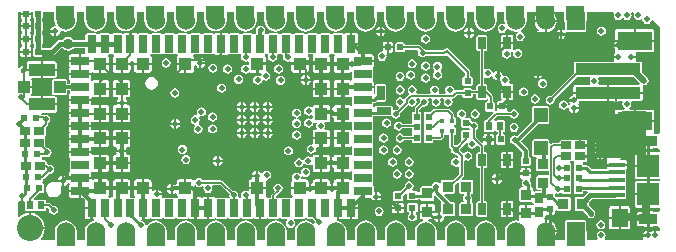
<source format=gtl>
G04 Layer_Physical_Order=1*
G04 Layer_Color=255*
%FSLAX25Y25*%
%MOIN*%
G70*
G01*
G75*
%ADD10R,0.05315X0.01575*%
%ADD11R,0.05512X0.06299*%
%ADD12R,0.07480X0.07480*%
%ADD13R,0.06299X0.03543*%
%ADD14R,0.04134X0.03937*%
%ADD15R,0.08661X0.04134*%
%ADD16R,0.05000X0.02500*%
%ADD17R,0.02559X0.04134*%
%ADD18R,0.04724X0.04724*%
%ADD19R,0.03150X0.05905*%
%ADD20R,0.05905X0.03150*%
%ADD21R,0.04331X0.04331*%
%ADD22R,0.03347X0.02559*%
%ADD23R,0.01772X0.01772*%
%ADD24R,0.02362X0.02756*%
%ADD25R,0.02362X0.02756*%
%ADD26R,0.21654X0.03937*%
%ADD27R,0.11811X0.06299*%
%ADD28R,0.02559X0.03347*%
%ADD29R,0.02028X0.02362*%
%ADD30R,0.02362X0.02028*%
%ADD31R,0.03600X0.03700*%
%ADD32R,0.03700X0.03600*%
%ADD33R,0.02500X0.05000*%
%ADD34C,0.01000*%
%ADD35C,0.01200*%
%ADD36C,0.00500*%
%ADD37C,0.02000*%
%ADD38C,0.00800*%
%ADD39C,0.00700*%
%ADD40C,0.01500*%
%ADD41C,0.01600*%
%ADD42C,0.00600*%
%ADD43R,0.06400X0.04900*%
%ADD44R,0.06200X0.04900*%
%ADD45R,0.09100X0.14514*%
%ADD46R,0.08500X0.15000*%
%ADD47R,0.08000X0.15000*%
%ADD48O,0.06299X0.03543*%
%ADD49C,0.02000*%
%ADD50C,0.06000*%
%ADD51R,0.06000X0.06000*%
%ADD52C,0.01968*%
%ADD53C,0.03600*%
%ADD54C,0.08680*%
G36*
X64159Y75100D02*
X64317Y74717D01*
X64518Y74634D01*
X64590Y74086D01*
X64943Y73235D01*
X65504Y72504D01*
X66235Y71943D01*
X67086Y71590D01*
X68000Y71470D01*
X68080Y71480D01*
X68162Y70987D01*
X68099Y70974D01*
X68010Y70915D01*
X67574Y70698D01*
X67191Y70856D01*
X64042D01*
X63659Y70698D01*
X63243D01*
X63136Y70742D01*
X62861Y70856D01*
X59711D01*
X59328Y70698D01*
X58913D01*
X58806Y70742D01*
X58530Y70856D01*
X55380D01*
X54998Y70698D01*
X54582D01*
X54475Y70742D01*
X54199Y70856D01*
X51050D01*
X50667Y70698D01*
X50251D01*
X50144Y70742D01*
X49869Y70856D01*
X46719D01*
X46336Y70698D01*
X45921D01*
X45813Y70742D01*
X45538Y70856D01*
X42388D01*
X42006Y70698D01*
X41569Y70915D01*
X41480Y70974D01*
X41207Y71029D01*
X39982D01*
Y67362D01*
X39282D01*
Y71029D01*
X38480D01*
X38447Y71529D01*
X38914Y71590D01*
X39765Y71943D01*
X40496Y72504D01*
X41057Y73235D01*
X41410Y74086D01*
X41498Y74754D01*
X41641Y75100D01*
Y78000D01*
X44159D01*
Y75100D01*
X44317Y74717D01*
X44518Y74634D01*
X44590Y74086D01*
X44943Y73235D01*
X45504Y72504D01*
X46235Y71943D01*
X47086Y71590D01*
X48000Y71470D01*
X48914Y71590D01*
X49765Y71943D01*
X50496Y72504D01*
X51057Y73235D01*
X51410Y74086D01*
X51498Y74754D01*
X51641Y75100D01*
Y78000D01*
X54159D01*
Y75100D01*
X54317Y74717D01*
X54518Y74634D01*
X54590Y74086D01*
X54943Y73235D01*
X55504Y72504D01*
X56235Y71943D01*
X57086Y71590D01*
X58000Y71470D01*
X58914Y71590D01*
X59765Y71943D01*
X60496Y72504D01*
X61057Y73235D01*
X61410Y74086D01*
X61498Y74754D01*
X61641Y75100D01*
Y78000D01*
X64159D01*
Y75100D01*
D02*
G37*
G36*
X34159D02*
X34317Y74717D01*
X34518Y74634D01*
X34590Y74086D01*
X34943Y73235D01*
X35504Y72504D01*
X36235Y71943D01*
X37086Y71590D01*
X37827Y71493D01*
X37843Y70986D01*
X37784Y70974D01*
X37695Y70915D01*
X37259Y70698D01*
X36876Y70856D01*
X33727D01*
X33357Y70703D01*
X33344Y70698D01*
X32928D01*
X32915Y70703D01*
X32546Y70856D01*
X29396D01*
X29026Y70703D01*
X29013Y70698D01*
X28598D01*
X28585Y70703D01*
X28215Y70856D01*
X25065D01*
X24683Y70698D01*
X24524Y70315D01*
Y68637D01*
X20815D01*
X20558Y69020D01*
X19797Y69529D01*
X18900Y69707D01*
X18003Y69529D01*
X17242Y69020D01*
X16985Y68637D01*
X16162D01*
X15675Y68540D01*
X15261Y68263D01*
X13072Y66075D01*
X10234D01*
X10114Y66364D01*
X9992Y66414D01*
Y67344D01*
X10214Y67436D01*
X10373Y67819D01*
Y70181D01*
X10214Y70564D01*
X10092Y70614D01*
Y71544D01*
X10314Y71636D01*
X10473Y72019D01*
Y74381D01*
X10314Y74764D01*
X10092Y74856D01*
Y75786D01*
X10214Y75836D01*
X10373Y76219D01*
Y78000D01*
X14159D01*
Y75100D01*
X14317Y74717D01*
X14518Y74634D01*
X14590Y74086D01*
X14753Y73693D01*
X14649Y73504D01*
X14410Y73215D01*
X13837Y73101D01*
X13274Y72726D01*
X12899Y72163D01*
X12836Y71850D01*
X14500D01*
Y71500D01*
X14850D01*
Y69836D01*
X15163Y69899D01*
X15726Y70274D01*
X16101Y70837D01*
X16215Y71410D01*
X16504Y71649D01*
X16693Y71753D01*
X17086Y71590D01*
X18000Y71470D01*
X18914Y71590D01*
X19765Y71943D01*
X20496Y72504D01*
X21057Y73235D01*
X21410Y74086D01*
X21498Y74754D01*
X21641Y75100D01*
Y78000D01*
X24159D01*
Y75100D01*
X24317Y74717D01*
X24518Y74634D01*
X24590Y74086D01*
X24943Y73235D01*
X25504Y72504D01*
X26235Y71943D01*
X27086Y71590D01*
X28000Y71470D01*
X28914Y71590D01*
X29765Y71943D01*
X30496Y72504D01*
X31057Y73235D01*
X31410Y74086D01*
X31498Y74754D01*
X31641Y75100D01*
Y78000D01*
X34159D01*
Y75100D01*
D02*
G37*
G36*
X200797Y77500D02*
X200787Y77485D01*
X200671Y76900D01*
X200787Y76315D01*
X201119Y75819D01*
X201615Y75487D01*
X202200Y75371D01*
X202785Y75487D01*
X203281Y75819D01*
X203399Y75995D01*
X204001D01*
X204119Y75819D01*
X204615Y75487D01*
X205200Y75371D01*
X205785Y75487D01*
X206281Y75819D01*
X206613Y76315D01*
X206729Y76900D01*
X206631Y77397D01*
X206935Y77834D01*
X207165D01*
X207469Y77397D01*
X207371Y76900D01*
X207487Y76315D01*
X207819Y75819D01*
X208315Y75487D01*
X208900Y75371D01*
X209485Y75487D01*
X209800Y75697D01*
X210047Y75594D01*
X210283Y75438D01*
X210387Y74915D01*
X210719Y74419D01*
X211215Y74087D01*
X211800Y73971D01*
X212385Y74087D01*
X212881Y74419D01*
X213213Y74915D01*
X213240Y75052D01*
X213783Y75217D01*
X216000Y73000D01*
Y37839D01*
X215946Y37758D01*
X215500Y37468D01*
X215450Y37477D01*
X214246D01*
X214100Y37872D01*
X214079Y37977D01*
X214222Y38191D01*
X214277Y38465D01*
Y41264D01*
X208008D01*
Y37751D01*
X208468D01*
X208613Y37356D01*
X208634Y37251D01*
X208491Y37037D01*
X208437Y36764D01*
Y35342D01*
X212300D01*
Y34992D01*
X212650D01*
Y32472D01*
X213678D01*
X213852Y32507D01*
X215450D01*
X215500Y32517D01*
X215946Y32226D01*
X216000Y32145D01*
Y31178D01*
X212650D01*
Y26724D01*
Y22271D01*
X216000D01*
Y21729D01*
X212650D01*
Y17276D01*
Y12822D01*
X216000D01*
Y11855D01*
X215946Y11774D01*
X215500Y11483D01*
X215450Y11493D01*
X213852D01*
X213678Y11528D01*
X212650D01*
Y9008D01*
Y6488D01*
X213678D01*
X213852Y6522D01*
X215450D01*
X215500Y6532D01*
X215946Y6242D01*
X216000Y6161D01*
Y5144D01*
X215500Y4876D01*
X215163Y5101D01*
X214850Y5164D01*
Y3500D01*
X214150D01*
Y5164D01*
X213837Y5101D01*
X213274Y4726D01*
X213226D01*
X212663Y5101D01*
X212350Y5164D01*
Y3500D01*
X212000D01*
Y3150D01*
X210336D01*
X210399Y2837D01*
X210624Y2500D01*
X210356Y2000D01*
X197855D01*
X197728Y2194D01*
X197636Y2500D01*
X197913Y2915D01*
X198029Y3500D01*
X197913Y4085D01*
X197581Y4581D01*
X197085Y4913D01*
X196773Y4975D01*
X196622Y5005D01*
Y5515D01*
X196758Y5542D01*
X196985Y5587D01*
X197481Y5919D01*
X197813Y6415D01*
X197929Y7000D01*
X197813Y7585D01*
X197481Y8081D01*
X196985Y8413D01*
X196400Y8529D01*
X195815Y8413D01*
X195319Y8081D01*
X194987Y7585D01*
X194871Y7000D01*
X194987Y6415D01*
X195319Y5919D01*
X195815Y5587D01*
X196127Y5525D01*
X196278Y5495D01*
Y4985D01*
X196142Y4958D01*
X195915Y4913D01*
X195419Y4581D01*
X195087Y4085D01*
X194971Y3500D01*
X195087Y2915D01*
X195364Y2500D01*
X195272Y2194D01*
X195145Y2000D01*
X191641D01*
Y4900D01*
X191541Y5141D01*
Y8000D01*
X191383Y8383D01*
X191000Y8541D01*
X185000D01*
X184617Y8383D01*
X184459Y8000D01*
Y5141D01*
X184359Y4900D01*
Y2000D01*
X180937D01*
X180745Y2500D01*
X181232Y3134D01*
X181605Y4034D01*
X181686Y4650D01*
X178000D01*
Y5000D01*
X177650D01*
Y8991D01*
X177564Y9179D01*
X177639Y9291D01*
X177693Y9565D01*
Y10088D01*
X177727Y10145D01*
X178193Y10460D01*
X178219Y10455D01*
X179050D01*
Y12182D01*
X179750D01*
Y10455D01*
X180581D01*
X180854Y10509D01*
X181086Y10664D01*
X181240Y10895D01*
X181295Y11169D01*
Y11687D01*
X181795Y11885D01*
X182100Y11759D01*
X185800D01*
X186183Y11917D01*
X186341Y12300D01*
Y15900D01*
X186183Y16283D01*
X185800Y16441D01*
X182100D01*
X181717Y16283D01*
X181544Y16248D01*
X181122Y16670D01*
Y17181D01*
X181212Y17306D01*
X181525Y17565D01*
X182000Y17471D01*
X182585Y17587D01*
X182928Y17816D01*
X183046Y17817D01*
X183396Y17712D01*
X183500Y17644D01*
X183586Y17436D01*
X183968Y17278D01*
X185996D01*
X186379Y17436D01*
X186537Y17819D01*
Y20181D01*
X186379Y20564D01*
Y20936D01*
X186379Y20936D01*
X186537Y21319D01*
Y23681D01*
X186379Y24064D01*
Y24436D01*
X186379Y24436D01*
X186537Y24819D01*
Y27181D01*
X186379Y27564D01*
X186100Y27679D01*
X186199Y28179D01*
X186511D01*
X186779Y28290D01*
X186906Y28335D01*
X187384Y28216D01*
X187577Y28087D01*
X187618Y27844D01*
X187621Y27565D01*
X187616Y27551D01*
X187463Y27181D01*
Y24819D01*
X187621Y24436D01*
Y24064D01*
X187621Y24064D01*
X187463Y23681D01*
Y21319D01*
X187621Y20936D01*
Y20564D01*
X187621Y20564D01*
X187463Y20181D01*
Y17819D01*
X187621Y17436D01*
X188004Y17278D01*
X190032D01*
X190414Y17436D01*
X190573Y17819D01*
Y18421D01*
X191896D01*
X192048Y17921D01*
X191895Y17819D01*
X190517Y16441D01*
X188200D01*
X187817Y16283D01*
X187659Y15900D01*
Y12300D01*
X187817Y11917D01*
X188200Y11759D01*
X190517D01*
X191594Y10681D01*
X191687Y10215D01*
X192019Y9719D01*
X192515Y9387D01*
X193100Y9271D01*
X193685Y9387D01*
X194181Y9719D01*
X194513Y10215D01*
X194629Y10800D01*
X194513Y11385D01*
X194181Y11881D01*
X194049Y11970D01*
X194037Y11987D01*
X192441Y13583D01*
Y14617D01*
X193381Y15556D01*
X199103D01*
X199111Y15553D01*
X204426D01*
X204809Y15712D01*
X204967Y16094D01*
Y17669D01*
X204809Y18052D01*
X204809Y18271D01*
X204967Y18654D01*
Y20228D01*
X204923Y20336D01*
X204834Y20720D01*
X204923Y21105D01*
X204967Y21213D01*
Y22787D01*
X204923Y22895D01*
X204834Y23280D01*
X204923Y23664D01*
X204967Y23772D01*
Y25346D01*
X204809Y25729D01*
X204809Y25729D01*
X204838Y25764D01*
X204931Y25826D01*
X205085Y26058D01*
X205140Y26331D01*
Y26768D01*
X201768D01*
X198397D01*
Y26331D01*
X198448Y26079D01*
X198450Y26054D01*
X198170Y25579D01*
X193363D01*
X192221Y26721D01*
X191890Y26942D01*
X191500Y27020D01*
X190573D01*
Y27181D01*
X190438Y27507D01*
X190624Y28007D01*
X191235D01*
X191508Y28061D01*
X191740Y28216D01*
X191895Y28447D01*
X191949Y28721D01*
Y29650D01*
X189562D01*
Y30350D01*
X191949D01*
Y31280D01*
X191895Y31553D01*
X191763Y31750D01*
X191895Y31947D01*
X191949Y32221D01*
Y33150D01*
X189562D01*
Y33500D01*
X189212D01*
Y35493D01*
X187889D01*
X187616Y35439D01*
X187384Y35284D01*
X186906Y35165D01*
X186779Y35210D01*
X186511Y35321D01*
X183165D01*
X182782Y35162D01*
X182623Y34780D01*
Y34265D01*
X180400D01*
X180400Y34265D01*
X180107Y34207D01*
X179859Y34041D01*
X179793Y33975D01*
X179293Y34182D01*
Y35017D01*
X179135Y35399D01*
X178752Y35558D01*
X174028D01*
X173645Y35399D01*
X173486Y35017D01*
Y30292D01*
X173645Y29910D01*
X174028Y29751D01*
X174732D01*
X175021Y29251D01*
X174959Y29100D01*
Y25400D01*
X175117Y25017D01*
X175500Y24859D01*
X179085D01*
Y23541D01*
X175500D01*
X175117Y23383D01*
X174959Y23000D01*
Y19300D01*
X175117Y18917D01*
X175500Y18759D01*
X176378D01*
Y18177D01*
X174420D01*
X174341Y18144D01*
X173841Y18475D01*
Y19000D01*
X173683Y19383D01*
X173300Y19541D01*
X173020D01*
Y20500D01*
X172975Y20725D01*
X173029Y21000D01*
X172913Y21585D01*
X172657Y21969D01*
X172759Y22369D01*
X172844Y22507D01*
X172854Y22509D01*
X173086Y22664D01*
X173240Y22895D01*
X173295Y23168D01*
Y23832D01*
X171400D01*
X169505D01*
Y23168D01*
X169560Y22895D01*
X169714Y22664D01*
X169946Y22509D01*
X170125Y22474D01*
X170216Y22352D01*
X170268Y22240D01*
X170334Y21955D01*
X170087Y21585D01*
X169971Y21000D01*
X170087Y20415D01*
X170337Y20041D01*
X170183Y19626D01*
X170115Y19541D01*
X169700D01*
X169317Y19383D01*
X169159Y19000D01*
Y15300D01*
X169317Y14917D01*
X169700Y14759D01*
X173300D01*
X173379Y14792D01*
X173879Y14461D01*
Y14289D01*
X173990Y14021D01*
X174029Y13911D01*
X173943Y13745D01*
X173573Y13559D01*
X173300Y13614D01*
X171850D01*
Y11050D01*
X171500D01*
Y10700D01*
X168986D01*
Y9200D01*
X169041Y8927D01*
X169077Y8872D01*
X169035Y8751D01*
X168772Y8428D01*
X168000Y8530D01*
X167086Y8410D01*
X166235Y8057D01*
X165504Y7496D01*
X164943Y6765D01*
X164590Y5914D01*
X164502Y5246D01*
X164359Y4900D01*
Y2000D01*
X161841D01*
Y4900D01*
X161683Y5283D01*
X161482Y5366D01*
X161410Y5914D01*
X161057Y6765D01*
X160496Y7496D01*
X159765Y8057D01*
X158914Y8410D01*
X158000Y8530D01*
X157086Y8410D01*
X156235Y8057D01*
X155504Y7496D01*
X154943Y6765D01*
X154590Y5914D01*
X154502Y5246D01*
X154359Y4900D01*
Y2000D01*
X151841D01*
Y4900D01*
X151683Y5283D01*
X151482Y5366D01*
X151410Y5914D01*
X151057Y6765D01*
X150496Y7496D01*
X149765Y8057D01*
X148914Y8410D01*
X148000Y8530D01*
X147086Y8410D01*
X146235Y8057D01*
X145504Y7496D01*
X144943Y6765D01*
X144590Y5914D01*
X144502Y5246D01*
X144359Y4900D01*
Y2000D01*
X141841D01*
Y4900D01*
X141683Y5283D01*
X141482Y5366D01*
X141410Y5914D01*
X141057Y6765D01*
X140496Y7496D01*
X139765Y8057D01*
X138914Y8410D01*
X139012Y8886D01*
X140400D01*
X140799Y8837D01*
X141174Y8274D01*
X141737Y7899D01*
X142050Y7836D01*
Y9500D01*
Y11164D01*
X141737Y11101D01*
X141614Y11019D01*
X141463Y11100D01*
X138600D01*
X136086D01*
Y9600D01*
X136141Y9327D01*
X136295Y9095D01*
X136527Y8941D01*
X136800Y8886D01*
X136988D01*
X137086Y8410D01*
X136235Y8057D01*
X135504Y7496D01*
X134943Y6765D01*
X134590Y5914D01*
X134502Y5246D01*
X134359Y4900D01*
Y2000D01*
X131841D01*
Y4900D01*
X131683Y5283D01*
X131482Y5366D01*
X131410Y5914D01*
X131057Y6765D01*
X130496Y7496D01*
X129765Y8057D01*
X128914Y8410D01*
X128000Y8530D01*
X127086Y8410D01*
X126235Y8057D01*
X125504Y7496D01*
X124943Y6765D01*
X124590Y5914D01*
X124502Y5246D01*
X124359Y4900D01*
Y2000D01*
X121841D01*
Y4900D01*
X121683Y5283D01*
X121482Y5366D01*
X121410Y5914D01*
X121057Y6765D01*
X120496Y7496D01*
X119765Y8057D01*
X118914Y8410D01*
X118000Y8530D01*
X117086Y8410D01*
X116235Y8057D01*
X115504Y7496D01*
X114943Y6765D01*
X114590Y5914D01*
X114502Y5246D01*
X114359Y4900D01*
Y2000D01*
X111841D01*
Y4900D01*
X111683Y5283D01*
X111482Y5366D01*
X111410Y5914D01*
X111057Y6765D01*
X110496Y7496D01*
X109765Y8057D01*
X108914Y8410D01*
X108447Y8471D01*
X108479Y8971D01*
X108574D01*
Y12638D01*
X109274D01*
Y8971D01*
X110498D01*
X110772Y9026D01*
X111003Y9180D01*
X111175D01*
X111406Y9026D01*
X111679Y8971D01*
X112904D01*
Y12638D01*
X113254D01*
Y12988D01*
X115543D01*
Y15591D01*
X115914Y16058D01*
X116645D01*
Y18347D01*
X117344D01*
Y16058D01*
X119935D01*
X119999Y15737D01*
X120374Y15174D01*
X120937Y14799D01*
X121250Y14736D01*
Y16400D01*
Y18064D01*
X121161Y18046D01*
X120661Y18373D01*
Y19921D01*
X120607Y20194D01*
X120547Y20284D01*
X120330Y20720D01*
X120488Y21102D01*
Y24252D01*
X120330Y24635D01*
Y25050D01*
X120374Y25157D01*
X120488Y25433D01*
Y28583D01*
X120330Y28965D01*
Y29381D01*
X120374Y29488D01*
X120488Y29764D01*
Y32913D01*
X120330Y33296D01*
Y33712D01*
X120374Y33819D01*
X120488Y34095D01*
Y37244D01*
X120330Y37627D01*
Y38043D01*
X120374Y38150D01*
X120488Y38425D01*
Y41575D01*
X120330Y41958D01*
Y42373D01*
X120374Y42480D01*
X120488Y42756D01*
Y43311D01*
X121253D01*
X121500Y43209D01*
X126500D01*
X126676Y43282D01*
X126919Y42919D01*
X127415Y42587D01*
X128000Y42471D01*
X128585Y42587D01*
X129081Y42919D01*
X129413Y43415D01*
X129529Y44000D01*
X129455Y44374D01*
X132037Y46956D01*
X132419Y46918D01*
X132915Y46587D01*
X133500Y46471D01*
X134085Y46587D01*
X134581Y46919D01*
X134913Y47415D01*
X135029Y48000D01*
X134913Y48585D01*
X134813Y48735D01*
X135080Y49235D01*
X135920D01*
X136187Y48735D01*
X136087Y48585D01*
X135971Y48000D01*
X136045Y47626D01*
X134589Y46171D01*
X134423Y45923D01*
X134365Y45630D01*
Y44722D01*
X133968D01*
X133586Y44564D01*
X133427Y44181D01*
Y41819D01*
X133586Y41436D01*
X133526Y40920D01*
X133462Y40765D01*
X130293D01*
X130081Y41081D01*
X129585Y41413D01*
X129000Y41529D01*
X128415Y41413D01*
X127919Y41081D01*
X127587Y40585D01*
X127471Y40000D01*
X127587Y39415D01*
X127919Y38919D01*
X128415Y38587D01*
X129000Y38471D01*
X129585Y38587D01*
X130081Y38919D01*
X130293Y39235D01*
X133427D01*
Y38319D01*
X133586Y37936D01*
Y37564D01*
X133526Y37420D01*
X133427Y37181D01*
Y36765D01*
X130793D01*
X130581Y37081D01*
X130085Y37413D01*
X129500Y37529D01*
X128915Y37413D01*
X128419Y37081D01*
X128087Y36585D01*
X127971Y36000D01*
X128087Y35415D01*
X128419Y34919D01*
X128915Y34587D01*
X129500Y34471D01*
X130085Y34587D01*
X130581Y34919D01*
X130793Y35235D01*
X133427D01*
Y34819D01*
X133586Y34436D01*
X133968Y34278D01*
X135996D01*
X136379Y34436D01*
X136537Y34819D01*
Y37181D01*
X136379Y37564D01*
Y37936D01*
X136438Y38080D01*
X136537Y38319D01*
Y40681D01*
X136379Y41064D01*
Y41436D01*
X136438Y41580D01*
X136537Y41819D01*
Y44181D01*
X136379Y44564D01*
X135996Y44722D01*
X135895D01*
Y45313D01*
X137126Y46545D01*
X137500Y46471D01*
X138085Y46587D01*
X138581Y46919D01*
X138913Y47415D01*
X139029Y48000D01*
X138913Y48585D01*
X138813Y48735D01*
X139080Y49235D01*
X139920D01*
X140187Y48735D01*
X140087Y48585D01*
X139971Y48000D01*
X140087Y47415D01*
X140419Y46919D01*
X140915Y46587D01*
X141500Y46471D01*
X142085Y46587D01*
X142581Y46919D01*
X142913Y47415D01*
X143029Y48000D01*
X142913Y48585D01*
X142813Y48735D01*
X143080Y49235D01*
X143920D01*
X144187Y48735D01*
X144087Y48585D01*
X143971Y48000D01*
X144087Y47415D01*
X144419Y46919D01*
X144915Y46587D01*
X145500Y46471D01*
X146085Y46587D01*
X146581Y46919D01*
X146913Y47415D01*
X147029Y48000D01*
X146913Y48585D01*
X146813Y48735D01*
X146931Y49052D01*
X147071Y49249D01*
X147293Y49294D01*
X147541Y49459D01*
X148447Y50365D01*
X150278D01*
Y49968D01*
X150436Y49586D01*
X150819Y49427D01*
X153181D01*
X153564Y49586D01*
X153722Y49968D01*
Y50566D01*
X154947D01*
Y49264D01*
X155105Y48881D01*
X155488Y48723D01*
X158047D01*
X158430Y48881D01*
X158464Y48963D01*
X158964Y48863D01*
Y48222D01*
X158468D01*
X158086Y48064D01*
X157927Y47681D01*
Y45319D01*
X158086Y44936D01*
X158468Y44778D01*
X160489D01*
X160509Y44757D01*
X160767Y44349D01*
X158589Y42171D01*
X158423Y41923D01*
X158423Y41919D01*
X157949D01*
X157566Y41761D01*
X157408Y41378D01*
Y38622D01*
X157566Y38239D01*
X157949Y38081D01*
X160311D01*
X160694Y38239D01*
X160729Y38326D01*
X161271D01*
X161306Y38239D01*
X161689Y38081D01*
X162105D01*
Y37222D01*
X162004D01*
X161621Y37064D01*
X161463Y36681D01*
Y34319D01*
X161621Y33936D01*
X162004Y33778D01*
X164032D01*
X164414Y33936D01*
X164573Y34319D01*
Y36681D01*
X164414Y37064D01*
X164032Y37222D01*
X163635D01*
Y38081D01*
X164051D01*
X164434Y38239D01*
X164592Y38622D01*
Y41378D01*
X164434Y41761D01*
X164051Y41919D01*
X161689D01*
X161397Y41798D01*
X160954Y41892D01*
X160837Y41935D01*
X160756Y42175D01*
X161817Y43235D01*
X166207D01*
X166419Y42919D01*
X166915Y42587D01*
X167500Y42471D01*
X168085Y42587D01*
X168581Y42919D01*
X168913Y43415D01*
X169029Y44000D01*
X168913Y44585D01*
X168581Y45081D01*
X168085Y45413D01*
X167500Y45529D01*
X166915Y45413D01*
X166419Y45081D01*
X166207Y44765D01*
X165604D01*
X165523Y44820D01*
X165234Y45265D01*
X165245Y45319D01*
Y46150D01*
X161790D01*
Y45319D01*
X161438Y45032D01*
X161321Y45116D01*
X161037Y45449D01*
Y47681D01*
X160879Y48064D01*
X160496Y48222D01*
X160493D01*
Y49772D01*
X160435Y50064D01*
X160269Y50312D01*
X160269Y50312D01*
X158710Y51871D01*
X158588Y51953D01*
Y53398D01*
X158430Y53780D01*
X158047Y53939D01*
X157532D01*
Y55848D01*
X158032Y56115D01*
X158074Y56087D01*
X158660Y55971D01*
X159245Y56087D01*
X159741Y56419D01*
X159812Y56524D01*
X160343Y56419D01*
X160399Y56137D01*
X160774Y55574D01*
X161337Y55199D01*
X161650Y55136D01*
Y56800D01*
Y58464D01*
X161337Y58401D01*
X160774Y58026D01*
X160636Y57818D01*
X160105Y57924D01*
X160073Y58085D01*
X159741Y58581D01*
X159245Y58913D01*
X158660Y59029D01*
X158074Y58913D01*
X158032Y58885D01*
X157532Y59152D01*
Y65061D01*
X158047D01*
X158430Y65220D01*
X158588Y65602D01*
Y69736D01*
X158430Y70119D01*
X158047Y70277D01*
X155488D01*
X155105Y70119D01*
X154947Y69736D01*
Y65602D01*
X155105Y65220D01*
X155488Y65061D01*
X156003D01*
Y53939D01*
X155488D01*
X155105Y53780D01*
X154947Y53398D01*
Y52095D01*
X153681D01*
X153564Y52379D01*
X153181Y52537D01*
X150819D01*
X150436Y52379D01*
X150278Y51996D01*
Y51895D01*
X148130D01*
X148014Y51872D01*
X147922Y51896D01*
X147572Y52117D01*
X147489Y52205D01*
X147413Y52585D01*
X147081Y53081D01*
X146585Y53413D01*
X146000Y53529D01*
X145415Y53413D01*
X144919Y53081D01*
X144587Y52585D01*
X144471Y52000D01*
X144587Y51415D01*
X144687Y51265D01*
X144420Y50765D01*
X142580D01*
X142313Y51265D01*
X142413Y51415D01*
X142529Y52000D01*
X142413Y52585D01*
X142081Y53081D01*
X141585Y53413D01*
X141000Y53529D01*
X140415Y53413D01*
X139919Y53081D01*
X139587Y52585D01*
X139471Y52000D01*
X139587Y51415D01*
X139687Y51265D01*
X139420Y50765D01*
X135080D01*
X134813Y51265D01*
X134913Y51415D01*
X135029Y52000D01*
X134913Y52585D01*
X134581Y53081D01*
X134085Y53413D01*
X133500Y53529D01*
X132915Y53413D01*
X132419Y53081D01*
X132087Y52585D01*
X131971Y52000D01*
X132087Y51415D01*
X132336Y51043D01*
X132401Y50821D01*
X132324Y50380D01*
X131209Y49266D01*
X131134Y49154D01*
X130599Y49079D01*
X130581Y49082D01*
X130085Y49413D01*
X129500Y49529D01*
X128915Y49413D01*
X128419Y49081D01*
X128087Y48585D01*
X127971Y48000D01*
X128087Y47415D01*
X128419Y46919D01*
X128845Y46634D01*
X129021Y46102D01*
X128374Y45455D01*
X128000Y45529D01*
X127541Y45438D01*
X127041Y45719D01*
Y46250D01*
X126883Y46633D01*
X126500Y46791D01*
X121500D01*
X121117Y46633D01*
X120996Y46340D01*
X120677Y46221D01*
X120459Y46199D01*
X120330Y46349D01*
Y46704D01*
X120374Y46811D01*
X120488Y47087D01*
Y47642D01*
X120661D01*
X121052Y47719D01*
X121382Y47940D01*
X121503Y48061D01*
X121750Y47959D01*
X124250D01*
X124633Y48117D01*
X124791Y48500D01*
Y53500D01*
X124633Y53883D01*
X124250Y54041D01*
X121750D01*
X121367Y53883D01*
X121209Y53500D01*
Y50775D01*
X121189Y50758D01*
X120573Y50887D01*
X120519Y50999D01*
X120547Y51055D01*
X120607Y51144D01*
X120661Y51417D01*
Y52642D01*
X116995D01*
Y53342D01*
X120661D01*
Y54567D01*
X120607Y54840D01*
X120547Y54929D01*
X120330Y55365D01*
X120488Y55748D01*
Y58898D01*
X120330Y59280D01*
X120547Y59716D01*
X120607Y59806D01*
X120661Y60079D01*
Y61304D01*
X116995D01*
Y61654D01*
X116645D01*
Y63942D01*
X115914D01*
X115543Y64410D01*
Y67012D01*
X113254D01*
Y67362D01*
X112904D01*
Y71029D01*
X111679D01*
X111406Y70974D01*
X111317Y70915D01*
X110881Y70698D01*
X110498Y70856D01*
X107349D01*
X106966Y70698D01*
X106550D01*
X106443Y70742D01*
X106168Y70856D01*
X103018D01*
X102635Y70698D01*
X102220D01*
X102113Y70742D01*
X101837Y70856D01*
X98687D01*
X98305Y70698D01*
X97889D01*
X97782Y70742D01*
X97506Y70856D01*
X94357D01*
X93974Y70698D01*
X93558D01*
X93451Y70742D01*
X93176Y70856D01*
X90026D01*
X89643Y70698D01*
X89228D01*
X89121Y70742D01*
X88845Y70856D01*
X85695D01*
X85313Y70698D01*
X84897D01*
X84790Y70742D01*
X84614Y70815D01*
X84426Y71172D01*
X84374Y71356D01*
X84413Y71415D01*
X84529Y72000D01*
X84413Y72585D01*
X84081Y73081D01*
X83585Y73413D01*
X83000Y73529D01*
X82415Y73413D01*
X81919Y73081D01*
X81587Y72585D01*
X81471Y72000D01*
X81587Y71415D01*
X81626Y71356D01*
X81365Y70856D01*
X80982Y70698D01*
X80566D01*
X80459Y70742D01*
X80184Y70856D01*
X77034D01*
X76651Y70698D01*
X76235D01*
X76128Y70742D01*
X75853Y70856D01*
X72703D01*
X72320Y70698D01*
X71884Y70915D01*
X71795Y70974D01*
X71522Y71029D01*
X70297D01*
Y67362D01*
Y63696D01*
X71522D01*
X71795Y63750D01*
X71884Y63810D01*
X72320Y64027D01*
X72703Y63868D01*
X75853D01*
X76185Y64006D01*
X76319Y63972D01*
X76542Y63651D01*
X76575Y63527D01*
X76471Y63000D01*
X76587Y62415D01*
X76919Y61919D01*
X77415Y61587D01*
X78000Y61471D01*
X78585Y61587D01*
X78635Y61620D01*
X79076Y61385D01*
Y60615D01*
X78635Y60380D01*
X78585Y60413D01*
X78000Y60529D01*
X77415Y60413D01*
X76919Y60081D01*
X76587Y59585D01*
X76471Y59000D01*
X76587Y58415D01*
X76919Y57919D01*
X77415Y57587D01*
X78000Y57471D01*
X78585Y57587D01*
X78844Y57760D01*
X79285Y57999D01*
X79517Y57845D01*
X79790Y57790D01*
X81605D01*
Y60669D01*
X81955D01*
Y61019D01*
X84834D01*
Y62835D01*
X84780Y63108D01*
X84625Y63339D01*
X84556Y63386D01*
X84546Y63505D01*
X84633Y63917D01*
X84897Y64027D01*
X85313D01*
X85587Y63585D01*
X85471Y63000D01*
X85587Y62415D01*
X85919Y61919D01*
X86415Y61587D01*
X87000Y61471D01*
X87585Y61587D01*
X88081Y61919D01*
X88413Y62415D01*
X88529Y63000D01*
X88456Y63368D01*
X88779Y63868D01*
X88845D01*
X89228Y64027D01*
X89643D01*
X89750Y63982D01*
X90026Y63868D01*
X90221D01*
X90544Y63368D01*
X90471Y63000D01*
X90587Y62415D01*
X90919Y61919D01*
X91415Y61587D01*
X92000Y61471D01*
X92585Y61587D01*
X92749Y61697D01*
X93249Y61429D01*
Y61019D01*
X96128D01*
X99007D01*
Y62835D01*
X98953Y63108D01*
X98798Y63339D01*
X98755Y63368D01*
X98907Y63868D01*
X100437D01*
X100588Y63368D01*
X100545Y63339D01*
X100390Y63108D01*
X100336Y62835D01*
Y61019D01*
X103215D01*
X106094D01*
Y62835D01*
X106040Y63108D01*
X105885Y63339D01*
X105842Y63368D01*
X105993Y63868D01*
X106168D01*
X106550Y64027D01*
X106966D01*
X107073Y63982D01*
X107349Y63868D01*
X107523D01*
X107675Y63368D01*
X107632Y63339D01*
X107477Y63108D01*
X107422Y62835D01*
Y61019D01*
X110301D01*
Y60669D01*
X110652D01*
Y57790D01*
X112467D01*
X112740Y57845D01*
X112972Y57999D01*
X113001Y58043D01*
X113500Y57891D01*
Y55748D01*
X113586Y55541D01*
X113405Y55244D01*
X112845Y55156D01*
X112740Y55226D01*
X112467Y55281D01*
X110652D01*
Y52402D01*
Y49523D01*
X112467D01*
X112740Y49577D01*
X112972Y49732D01*
X113001Y49775D01*
X113500Y49623D01*
Y47087D01*
X113624Y46789D01*
X113605Y46723D01*
X113594Y46703D01*
X113425Y46656D01*
X113094Y46620D01*
X112972Y46804D01*
X112740Y46959D01*
X112467Y47013D01*
X110652D01*
Y44134D01*
Y41255D01*
X112467D01*
X112740Y41309D01*
X112972Y41464D01*
X113001Y41507D01*
X113500Y41355D01*
Y38645D01*
X113001Y38493D01*
X112972Y38536D01*
X112740Y38691D01*
X112467Y38745D01*
X110652D01*
Y35866D01*
Y32987D01*
X112467D01*
X112740Y33041D01*
X112972Y33196D01*
X113094Y33380D01*
X113425Y33344D01*
X113594Y33297D01*
X113605Y33277D01*
X113624Y33211D01*
X113500Y32913D01*
Y30377D01*
X113001Y30225D01*
X112972Y30268D01*
X112740Y30423D01*
X112467Y30477D01*
X110652D01*
Y27599D01*
Y24719D01*
X112467D01*
X112740Y24774D01*
X112972Y24928D01*
X113522Y24899D01*
X113659Y24806D01*
Y24635D01*
X113615Y24528D01*
X113500Y24252D01*
Y22109D01*
X113001Y21958D01*
X112972Y22001D01*
X112740Y22155D01*
X112467Y22210D01*
X110652D01*
Y19331D01*
X109951D01*
Y22210D01*
X108136D01*
X107863Y22155D01*
X107632Y22001D01*
X107477Y21769D01*
X107422Y21496D01*
Y21123D01*
X107250Y20982D01*
Y19100D01*
X106550D01*
Y20807D01*
X106094Y21162D01*
Y21496D01*
X106040Y21769D01*
X105885Y22001D01*
X105653Y22155D01*
X105380Y22210D01*
X103565D01*
Y19331D01*
X102865D01*
Y22210D01*
X101050D01*
X100777Y22155D01*
X100545Y22001D01*
X100390Y21769D01*
X100336Y21496D01*
Y21142D01*
X99850Y20777D01*
Y19100D01*
X99150D01*
Y21012D01*
X99007Y21129D01*
Y21496D01*
X98953Y21769D01*
X98798Y22001D01*
X98567Y22155D01*
X98294Y22210D01*
X96832D01*
X96498Y22673D01*
X96566Y23150D01*
X97006Y23360D01*
X97415Y23087D01*
X98000Y22971D01*
X98585Y23087D01*
X99081Y23419D01*
X99413Y23915D01*
X99529Y24500D01*
X99413Y25085D01*
X99081Y25581D01*
X98585Y25913D01*
X98000Y26029D01*
X97415Y25913D01*
X96919Y25581D01*
X96587Y25085D01*
X96471Y24500D01*
X96499Y24356D01*
X96202Y24161D01*
X96038Y24110D01*
X95585Y24413D01*
X95000Y24529D01*
X94415Y24413D01*
X93919Y24081D01*
X93587Y23585D01*
X93471Y23000D01*
X93587Y22415D01*
X93458Y22001D01*
X93304Y21769D01*
X93249Y21496D01*
Y19681D01*
X96128D01*
Y18981D01*
X93249D01*
Y17165D01*
X93304Y16892D01*
X93458Y16661D01*
X93642Y16538D01*
X93606Y16207D01*
X93559Y16038D01*
X93539Y16027D01*
X93473Y16009D01*
X93176Y16132D01*
X90026D01*
X89643Y15973D01*
X89228D01*
X89121Y16018D01*
X88845Y16132D01*
X88224D01*
X88113Y16632D01*
X89341Y17859D01*
X89341Y17859D01*
X89355Y17881D01*
X89385Y17887D01*
X89881Y18219D01*
X90213Y18715D01*
X90329Y19300D01*
X90213Y19885D01*
X89881Y20381D01*
X89385Y20713D01*
X88800Y20829D01*
X88215Y20713D01*
X87719Y20381D01*
X87387Y19885D01*
X87271Y19300D01*
X87387Y18715D01*
X87646Y18327D01*
X86729Y17411D01*
X86564Y17163D01*
X86505Y16870D01*
Y16132D01*
X85695D01*
X85313Y15973D01*
X84876Y16190D01*
X84849Y16209D01*
X84768Y16373D01*
X84703Y16777D01*
X84780Y16892D01*
X84834Y17165D01*
Y18981D01*
X81955D01*
X79076D01*
Y18615D01*
X78635Y18380D01*
X78585Y18413D01*
X78000Y18529D01*
X77415Y18413D01*
X76919Y18081D01*
X76587Y17585D01*
X76471Y17000D01*
X76575Y16473D01*
X76541Y16349D01*
X76319Y16029D01*
X76185Y15994D01*
X75940Y16095D01*
X75846Y16144D01*
X75576Y16632D01*
X75629Y16900D01*
X75513Y17485D01*
X75181Y17981D01*
X74685Y18313D01*
X74100Y18429D01*
X73726Y18355D01*
X70441Y21641D01*
X70193Y21806D01*
X69900Y21865D01*
X63793D01*
X63581Y22181D01*
X63085Y22513D01*
X62500Y22629D01*
X61915Y22513D01*
X61419Y22181D01*
X61231Y21901D01*
X61156Y21880D01*
X60663Y21921D01*
X60609Y22001D01*
X60378Y22155D01*
X60105Y22210D01*
X58289D01*
Y19681D01*
X60818D01*
Y20017D01*
X61318Y20168D01*
X61419Y20019D01*
X61915Y19687D01*
X62500Y19571D01*
X63085Y19687D01*
X63581Y20019D01*
X63987Y19785D01*
X63871Y19200D01*
X63987Y18615D01*
X64319Y18119D01*
X64815Y17787D01*
X65400Y17671D01*
X65985Y17787D01*
X66481Y18119D01*
X66813Y18615D01*
X66929Y19200D01*
X66813Y19785D01*
X66780Y19835D01*
X67047Y20335D01*
X69583D01*
X72645Y17274D01*
X72571Y16900D01*
X72630Y16601D01*
X72676Y16305D01*
X72320Y15973D01*
X72320Y15973D01*
X71905D01*
X71798Y16018D01*
X71522Y16132D01*
X68372D01*
X67990Y15973D01*
X67554Y16190D01*
X67464Y16250D01*
X67191Y16304D01*
X65966D01*
Y12638D01*
Y8971D01*
X67191D01*
X67464Y9026D01*
X67554Y9085D01*
X67990Y9302D01*
X68372Y9144D01*
X71522D01*
X71905Y9302D01*
X72320D01*
X72428Y9258D01*
X72703Y9144D01*
X75853D01*
X76235Y9302D01*
X76651D01*
X76758Y9258D01*
X77034Y9144D01*
X80184D01*
X80566Y9302D01*
X81002Y9085D01*
X81091Y9026D01*
X81365Y8971D01*
X82589D01*
Y12638D01*
X83289D01*
Y8971D01*
X84514D01*
X84787Y9026D01*
X84876Y9085D01*
X85313Y9302D01*
X85695Y9144D01*
X88845D01*
X89228Y9302D01*
X89643D01*
X89750Y9258D01*
X90026Y9144D01*
X91860D01*
X92012Y8644D01*
X91919Y8581D01*
X91587Y8085D01*
X91471Y7500D01*
X91587Y6915D01*
X91919Y6419D01*
X92415Y6087D01*
X93000Y5971D01*
X93585Y6087D01*
X94081Y6419D01*
X94413Y6915D01*
X94529Y7500D01*
X94413Y8085D01*
X94081Y8581D01*
X93988Y8644D01*
X94022Y9213D01*
X94102Y9249D01*
X94357Y9144D01*
X97506D01*
X97889Y9302D01*
X98305D01*
X98412Y9258D01*
X98687Y9144D01*
X100275D01*
X101045Y8374D01*
X100971Y8000D01*
X101051Y7594D01*
X100584Y7382D01*
X100496Y7496D01*
X99765Y8057D01*
X98914Y8410D01*
X98000Y8530D01*
X97086Y8410D01*
X96235Y8057D01*
X95504Y7496D01*
X94943Y6765D01*
X94590Y5914D01*
X94502Y5246D01*
X94359Y4900D01*
Y2000D01*
X91841D01*
Y4900D01*
X91683Y5283D01*
X91482Y5366D01*
X91410Y5914D01*
X91057Y6765D01*
X90496Y7496D01*
X89765Y8057D01*
X88914Y8410D01*
X88000Y8530D01*
X87086Y8410D01*
X86235Y8057D01*
X85504Y7496D01*
X84943Y6765D01*
X84590Y5914D01*
X84502Y5246D01*
X84359Y4900D01*
Y2000D01*
X81841D01*
Y4900D01*
X81683Y5283D01*
X81482Y5366D01*
X81410Y5914D01*
X81057Y6765D01*
X80496Y7496D01*
X79765Y8057D01*
X78914Y8410D01*
X78000Y8530D01*
X77086Y8410D01*
X76235Y8057D01*
X75504Y7496D01*
X74943Y6765D01*
X74590Y5914D01*
X74502Y5246D01*
X74359Y4900D01*
Y2000D01*
X71841D01*
Y4900D01*
X71683Y5283D01*
X71482Y5366D01*
X71410Y5914D01*
X71057Y6765D01*
X70496Y7496D01*
X69765Y8057D01*
X68914Y8410D01*
X68000Y8530D01*
X67086Y8410D01*
X66235Y8057D01*
X65504Y7496D01*
X64943Y6765D01*
X64590Y5914D01*
X64502Y5246D01*
X64359Y4900D01*
Y2000D01*
X61841D01*
Y4900D01*
X61683Y5283D01*
X61482Y5366D01*
X61410Y5914D01*
X61057Y6765D01*
X60496Y7496D01*
X59765Y8057D01*
X58914Y8410D01*
X58000Y8530D01*
X57086Y8410D01*
X56235Y8057D01*
X55504Y7496D01*
X54943Y6765D01*
X54590Y5914D01*
X54502Y5246D01*
X54359Y4900D01*
Y2000D01*
X51841D01*
Y4900D01*
X51683Y5283D01*
X51482Y5366D01*
X51410Y5914D01*
X51057Y6765D01*
X50496Y7496D01*
X49765Y8057D01*
X48914Y8410D01*
X48000Y8530D01*
X47086Y8410D01*
X46235Y8057D01*
X45504Y7496D01*
X45010Y6853D01*
X44547Y6995D01*
X44529Y7004D01*
X44529Y7004D01*
X44413Y7585D01*
X44081Y8081D01*
X43585Y8413D01*
X43292Y8471D01*
X43341Y8971D01*
X43613D01*
Y12638D01*
X44313D01*
Y8971D01*
X45538D01*
X45811Y9026D01*
X45900Y9085D01*
X46336Y9302D01*
X46719Y9144D01*
X49869D01*
X50251Y9302D01*
X50667D01*
X50774Y9258D01*
X51050Y9144D01*
X54199D01*
X54582Y9302D01*
X54998D01*
X55105Y9258D01*
X55380Y9144D01*
X58530D01*
X58913Y9302D01*
X59349Y9085D01*
X59438Y9026D01*
X59711Y8971D01*
X60936D01*
Y12638D01*
Y16304D01*
X60927D01*
X60891Y16344D01*
X60705Y16804D01*
X60764Y16892D01*
X60818Y17165D01*
Y18981D01*
X57939D01*
Y19331D01*
X57589D01*
Y22210D01*
X55774D01*
X55501Y22155D01*
X55269Y22001D01*
X55115Y21769D01*
X55060Y21496D01*
Y20556D01*
X54560Y20336D01*
X54163Y20601D01*
X53850Y20664D01*
Y19000D01*
Y17336D01*
X54163Y17399D01*
X54560Y17664D01*
X55060Y17444D01*
Y17165D01*
X55115Y16892D01*
X55269Y16661D01*
X55339Y16614D01*
X55349Y16495D01*
X55262Y16083D01*
X54998Y15973D01*
X54582D01*
X54475Y16018D01*
X54199Y16132D01*
X51050D01*
X50667Y15973D01*
X50251D01*
X50232Y15981D01*
X50001Y16537D01*
X50064Y16850D01*
X48400D01*
Y17200D01*
X48050D01*
Y18864D01*
X47737Y18801D01*
X47174Y18426D01*
X47145Y18382D01*
X46645Y18534D01*
Y18981D01*
X43766D01*
X40887D01*
Y17165D01*
X40941Y16892D01*
X41096Y16661D01*
X41139Y16632D01*
X40988Y16132D01*
X39458D01*
X39306Y16632D01*
X39349Y16661D01*
X39504Y16892D01*
X39559Y17165D01*
Y18981D01*
X36680D01*
X33801D01*
Y17165D01*
X33855Y16892D01*
X33914Y16804D01*
X33746Y16356D01*
X33696Y16298D01*
X33454Y16250D01*
X33364Y16190D01*
X32928Y15973D01*
X32546Y16132D01*
X32371D01*
X32220Y16632D01*
X32263Y16661D01*
X32418Y16892D01*
X32472Y17165D01*
Y18981D01*
X29593D01*
Y19331D01*
X29243D01*
Y22210D01*
X27428D01*
X27154Y22155D01*
X27066Y22097D01*
X26606Y22283D01*
X26566Y22318D01*
Y22327D01*
X22900D01*
X19233D01*
Y22251D01*
X18733Y22201D01*
X18701Y22363D01*
X18326Y22926D01*
X17763Y23301D01*
X17450Y23364D01*
Y21700D01*
Y20036D01*
X17763Y20099D01*
X18326Y20474D01*
X18701Y21037D01*
X18733Y21199D01*
X19233Y21149D01*
Y21102D01*
X19288Y20829D01*
X19443Y20598D01*
Y20426D01*
X19288Y20194D01*
X19233Y19921D01*
Y18697D01*
X22900D01*
Y18347D01*
X23250D01*
Y16058D01*
X23980D01*
X24352Y15591D01*
Y12988D01*
X26640D01*
Y12638D01*
X26990D01*
Y8971D01*
X27520D01*
X27553Y8471D01*
X27086Y8410D01*
X26235Y8057D01*
X25504Y7496D01*
X24943Y6765D01*
X24590Y5914D01*
X24502Y5246D01*
X24359Y4900D01*
Y2000D01*
X21841D01*
Y4900D01*
X21683Y5283D01*
X21482Y5366D01*
X21410Y5914D01*
X21057Y6765D01*
X20496Y7496D01*
X19765Y8057D01*
X18914Y8410D01*
X18000Y8530D01*
X17086Y8410D01*
X16235Y8057D01*
X15504Y7496D01*
X14943Y6765D01*
X14590Y5914D01*
X14502Y5246D01*
X14359Y4900D01*
Y2000D01*
X9816D01*
X9667Y2500D01*
X10402Y3458D01*
X10910Y4684D01*
X11037Y5650D01*
X6000D01*
Y6000D01*
X5650D01*
Y11037D01*
X4684Y10910D01*
X3458Y10402D01*
X2500Y9667D01*
X2000Y9816D01*
Y14789D01*
X2500Y15057D01*
X2737Y14899D01*
X3050Y14836D01*
Y16500D01*
X3750D01*
Y14836D01*
X3908Y14868D01*
X4314Y14628D01*
X4408Y14527D01*
Y12122D01*
X4566Y11739D01*
X4949Y11581D01*
X7311D01*
X7694Y11739D01*
X7729Y11825D01*
X8271D01*
X8306Y11739D01*
X8689Y11581D01*
X11051D01*
X11434Y11739D01*
X11592Y12122D01*
Y12735D01*
X12183D01*
X12545Y12374D01*
X12471Y12000D01*
X12587Y11415D01*
X12919Y10919D01*
X13415Y10587D01*
X14000Y10471D01*
X14585Y10587D01*
X15081Y10919D01*
X15413Y11415D01*
X15529Y12000D01*
X15413Y12585D01*
X15081Y13081D01*
X14585Y13413D01*
X14000Y13529D01*
X13626Y13455D01*
X13041Y14041D01*
X12793Y14207D01*
X12500Y14265D01*
X11592D01*
Y14878D01*
X11434Y15261D01*
X11051Y15419D01*
X8689D01*
X8306Y15261D01*
X8271Y15174D01*
X7729D01*
X7694Y15261D01*
X7604Y15298D01*
X7480Y15881D01*
X9177Y17578D01*
X10131D01*
X10514Y17736D01*
X10673Y18119D01*
Y20481D01*
X10514Y20864D01*
X10327Y20942D01*
X10219Y21416D01*
X10234Y21484D01*
X10373Y21819D01*
Y22270D01*
X10493Y22294D01*
X10741Y22459D01*
X12326Y24045D01*
X12700Y23971D01*
X13285Y24087D01*
X13781Y24419D01*
X14113Y24915D01*
X14229Y25500D01*
X14113Y26085D01*
X13781Y26581D01*
X13285Y26913D01*
X12700Y27029D01*
X12326Y26955D01*
X11941Y27341D01*
X11739Y27476D01*
Y28080D01*
X11580Y28462D01*
X11198Y28621D01*
X10252D01*
X9991Y29121D01*
X10073Y29319D01*
Y29735D01*
X11100D01*
X11287Y29773D01*
X11800Y29671D01*
X12385Y29787D01*
X12881Y30119D01*
X13213Y30615D01*
X13329Y31200D01*
X13213Y31785D01*
X12881Y32281D01*
X12385Y32613D01*
X11818Y32726D01*
X11277Y33267D01*
Y35680D01*
X11118Y36062D01*
X10985Y36117D01*
X11006Y36650D01*
X11218Y36738D01*
X11377Y37121D01*
Y39533D01*
X11941Y40097D01*
X12106Y40345D01*
X12165Y40638D01*
Y40907D01*
X12481Y41119D01*
X12813Y41615D01*
X12929Y42200D01*
X12813Y42785D01*
X12481Y43281D01*
X11985Y43613D01*
X11400Y43729D01*
X10983Y43646D01*
X10893Y43707D01*
X10600Y43765D01*
X9961D01*
X9868Y43912D01*
X10145Y44412D01*
X14331D01*
X14604Y44467D01*
X14835Y44621D01*
X14990Y44853D01*
X15044Y45126D01*
Y46843D01*
X10000D01*
Y47193D01*
X9650D01*
Y49974D01*
X6640D01*
X6488Y50474D01*
X6568Y50527D01*
X6722Y50758D01*
X6777Y51032D01*
Y52650D01*
X3996D01*
Y53350D01*
X6777D01*
Y54969D01*
X6722Y55242D01*
X6568Y55473D01*
X6488Y55526D01*
X6640Y56026D01*
X9650D01*
Y58807D01*
Y61588D01*
X5669D01*
X5396Y61533D01*
X5165Y61379D01*
X5010Y61147D01*
X4956Y60874D01*
Y60461D01*
X4456Y60143D01*
X4350Y60164D01*
Y58500D01*
X3650D01*
Y60164D01*
X3337Y60101D01*
X2774Y59726D01*
X2500Y59315D01*
X2000Y59467D01*
Y78000D01*
X3055D01*
Y77750D01*
X4782D01*
X6510D01*
Y78000D01*
X7263D01*
Y76219D01*
X7421Y75836D01*
X7543Y75786D01*
Y74773D01*
X7521Y74764D01*
X7363Y74381D01*
Y72019D01*
X7521Y71636D01*
X7543Y71627D01*
Y70614D01*
X7421Y70564D01*
X7263Y70181D01*
Y67819D01*
X7421Y67436D01*
X7443Y67427D01*
Y66414D01*
X7321Y66364D01*
X7163Y65981D01*
Y63619D01*
X7321Y63236D01*
X7704Y63078D01*
X9731D01*
X10114Y63236D01*
X10234Y63525D01*
X13600D01*
X14088Y63622D01*
X14501Y63899D01*
X16544Y65941D01*
X17112Y65899D01*
X17242Y65704D01*
X18003Y65196D01*
X18900Y65017D01*
X19797Y65196D01*
X20558Y65704D01*
X20815Y66088D01*
X24524D01*
Y64410D01*
X24177Y63942D01*
X23250D01*
Y61654D01*
X22900D01*
Y61304D01*
X19233D01*
Y60079D01*
X19288Y59806D01*
X19443Y59574D01*
Y59402D01*
X19288Y59171D01*
X19233Y58898D01*
Y57673D01*
X22900D01*
X26566D01*
Y57682D01*
X26606Y57717D01*
X27066Y57903D01*
X27154Y57845D01*
X27428Y57790D01*
X29243D01*
Y60669D01*
X29593D01*
Y61019D01*
X32472D01*
Y62835D01*
X32418Y63108D01*
X32263Y63339D01*
X32220Y63368D01*
X32371Y63868D01*
X32546D01*
X32915Y64021D01*
X32928Y64027D01*
X33344D01*
X33357Y64021D01*
X33727Y63868D01*
X33901D01*
X34053Y63368D01*
X34010Y63339D01*
X33855Y63108D01*
X33801Y62835D01*
Y61019D01*
X36680D01*
Y60669D01*
X37029D01*
Y57790D01*
X38845D01*
X39118Y57845D01*
X39349Y57999D01*
X39504Y58231D01*
X39559Y58504D01*
Y58604D01*
X39950Y58926D01*
Y60700D01*
X40650D01*
Y58884D01*
X40887Y58689D01*
Y58504D01*
X40941Y58231D01*
X41096Y57999D01*
X41328Y57845D01*
X41601Y57790D01*
X43416D01*
Y60669D01*
X43766D01*
Y61019D01*
X46645D01*
Y62835D01*
X46591Y63108D01*
X46436Y63339D01*
X46253Y63462D01*
X46288Y63793D01*
X46336Y63962D01*
X46356Y63973D01*
X46421Y63991D01*
X46719Y63868D01*
X49869D01*
X50251Y64027D01*
X50667D01*
X50774Y63982D01*
X51050Y63868D01*
X54199D01*
X54582Y64027D01*
X54998D01*
X55105Y63982D01*
X55262Y63917D01*
X55349Y63505D01*
X55339Y63386D01*
X55269Y63339D01*
X55115Y63108D01*
X55060Y62835D01*
Y61019D01*
X57939D01*
Y60669D01*
X58289D01*
Y57790D01*
X60105D01*
X60378Y57845D01*
X60609Y57999D01*
X60764Y58231D01*
X60818Y58504D01*
Y60060D01*
X61282Y60313D01*
X61318Y60307D01*
X61674Y59774D01*
X62237Y59399D01*
X62550Y59336D01*
Y61000D01*
Y62664D01*
X62237Y62601D01*
X61674Y62226D01*
X61318Y61693D01*
X61282Y61687D01*
X60818Y61940D01*
Y62835D01*
X60764Y63108D01*
X60609Y63339D01*
X60566Y63368D01*
X60718Y63868D01*
X62861D01*
X63243Y64027D01*
X63659D01*
X63766Y63982D01*
X64042Y63868D01*
X67191D01*
X67574Y64027D01*
X68010Y63810D01*
X68099Y63750D01*
X68372Y63696D01*
X69597D01*
Y67362D01*
Y71029D01*
X68480D01*
X68447Y71529D01*
X68914Y71590D01*
X69765Y71943D01*
X70496Y72504D01*
X71057Y73235D01*
X71410Y74086D01*
X71498Y74754D01*
X71641Y75100D01*
Y78000D01*
X74159D01*
Y75100D01*
X74317Y74717D01*
X74518Y74634D01*
X74590Y74086D01*
X74943Y73235D01*
X75504Y72504D01*
X76235Y71943D01*
X77086Y71590D01*
X78000Y71470D01*
X78914Y71590D01*
X79765Y71943D01*
X80496Y72504D01*
X81057Y73235D01*
X81410Y74086D01*
X81498Y74754D01*
X81641Y75100D01*
Y78000D01*
X84159D01*
Y75100D01*
X84317Y74717D01*
X84518Y74634D01*
X84590Y74086D01*
X84943Y73235D01*
X85504Y72504D01*
X86235Y71943D01*
X87086Y71590D01*
X88000Y71470D01*
X88914Y71590D01*
X89765Y71943D01*
X90496Y72504D01*
X91057Y73235D01*
X91410Y74086D01*
X91498Y74754D01*
X91641Y75100D01*
Y78000D01*
X94159D01*
Y75100D01*
X94317Y74717D01*
X94518Y74634D01*
X94590Y74086D01*
X94943Y73235D01*
X95504Y72504D01*
X96235Y71943D01*
X97086Y71590D01*
X98000Y71470D01*
X98914Y71590D01*
X99765Y71943D01*
X100496Y72504D01*
X101057Y73235D01*
X101410Y74086D01*
X101498Y74754D01*
X101641Y75100D01*
Y78000D01*
X104159D01*
Y75100D01*
X104317Y74717D01*
X104518Y74634D01*
X104590Y74086D01*
X104943Y73235D01*
X105504Y72504D01*
X106235Y71943D01*
X107086Y71590D01*
X108000Y71470D01*
X108914Y71590D01*
X109765Y71943D01*
X110496Y72504D01*
X111057Y73235D01*
X111410Y74086D01*
X111498Y74754D01*
X111641Y75100D01*
Y78000D01*
X114159D01*
Y75100D01*
X114317Y74717D01*
X114518Y74634D01*
X114590Y74086D01*
X114943Y73235D01*
X115504Y72504D01*
X116235Y71943D01*
X117086Y71590D01*
X118000Y71470D01*
X118914Y71590D01*
X119765Y71943D01*
X120496Y72504D01*
X121057Y73235D01*
X121410Y74086D01*
X121498Y74754D01*
X121641Y75100D01*
Y78000D01*
X124159D01*
Y75100D01*
X124317Y74717D01*
X124518Y74634D01*
X124590Y74086D01*
X124943Y73235D01*
X125504Y72504D01*
X126235Y71943D01*
X127086Y71590D01*
X128000Y71470D01*
X128914Y71590D01*
X129765Y71943D01*
X130496Y72504D01*
X131057Y73235D01*
X131410Y74086D01*
X131498Y74754D01*
X131641Y75100D01*
Y78000D01*
X134159D01*
Y75100D01*
X134317Y74717D01*
X134518Y74634D01*
X134590Y74086D01*
X134943Y73235D01*
X135504Y72504D01*
X136235Y71943D01*
X137086Y71590D01*
X138000Y71470D01*
X138914Y71590D01*
X139765Y71943D01*
X140496Y72504D01*
X141057Y73235D01*
X141410Y74086D01*
X141498Y74754D01*
X141641Y75100D01*
Y78000D01*
X144159D01*
Y75100D01*
X144317Y74717D01*
X144518Y74634D01*
X144590Y74086D01*
X144943Y73235D01*
X145504Y72504D01*
X146235Y71943D01*
X147086Y71590D01*
X148000Y71470D01*
X148914Y71590D01*
X149765Y71943D01*
X150496Y72504D01*
X151057Y73235D01*
X151410Y74086D01*
X151498Y74754D01*
X151641Y75100D01*
Y78000D01*
X154159D01*
Y75100D01*
X154317Y74717D01*
X154518Y74634D01*
X154590Y74086D01*
X154943Y73235D01*
X155504Y72504D01*
X156235Y71943D01*
X157086Y71590D01*
X158000Y71470D01*
X158914Y71590D01*
X159765Y71943D01*
X160496Y72504D01*
X161057Y73235D01*
X161410Y74086D01*
X161498Y74754D01*
X161641Y75100D01*
Y78000D01*
X164159D01*
Y75100D01*
X164317Y74717D01*
X164489Y74646D01*
X164563Y74172D01*
X164358Y73982D01*
X164134Y73880D01*
X164085Y73913D01*
X163500Y74029D01*
X162915Y73913D01*
X162419Y73581D01*
X162087Y73085D01*
X161971Y72500D01*
X162087Y71915D01*
X162419Y71419D01*
X162915Y71087D01*
X163500Y70971D01*
X164085Y71087D01*
X164581Y71419D01*
X164913Y71915D01*
X164998Y72342D01*
X165484Y72506D01*
X165502Y72506D01*
X165504Y72504D01*
X166235Y71943D01*
X167086Y71590D01*
X168000Y71470D01*
X168497Y71535D01*
X168678Y71055D01*
X168419Y70881D01*
X168087Y70385D01*
X167971Y69800D01*
X168087Y69215D01*
X168419Y68719D01*
X168915Y68387D01*
X169500Y68271D01*
X170085Y68387D01*
X170581Y68719D01*
X170913Y69215D01*
X171029Y69800D01*
X170913Y70385D01*
X170581Y70881D01*
X170085Y71213D01*
X170030Y71224D01*
X169668Y71806D01*
X169697Y71914D01*
X169765Y71943D01*
X170496Y72504D01*
X171057Y73235D01*
X171410Y74086D01*
X171498Y74754D01*
X171641Y75100D01*
Y78000D01*
X175063D01*
X175255Y77500D01*
X174768Y76866D01*
X174395Y75966D01*
X174314Y75350D01*
X178000D01*
X181686D01*
X181605Y75966D01*
X181232Y76866D01*
X180745Y77500D01*
X180937Y78000D01*
X184159D01*
Y75100D01*
X184317Y74717D01*
X184459Y74659D01*
Y72171D01*
X184051Y71893D01*
X183997Y71878D01*
X183663Y72101D01*
X183350Y72164D01*
Y70850D01*
X184664D01*
X184619Y71075D01*
X184817Y71323D01*
X185000Y71459D01*
X191000D01*
X191383Y71617D01*
X191541Y72000D01*
Y74859D01*
X191641Y75100D01*
Y78000D01*
X200530D01*
X200797Y77500D01*
D02*
G37*
%LPC*%
G36*
X14150Y71150D02*
X12836D01*
X12899Y70837D01*
X13274Y70274D01*
X13837Y69899D01*
X14150Y69836D01*
Y71150D01*
D02*
G37*
G36*
X160710Y35150D02*
X159332D01*
Y33605D01*
X159996D01*
X160269Y33659D01*
X160501Y33814D01*
X160655Y34046D01*
X160710Y34319D01*
Y35150D01*
D02*
G37*
G36*
X195713Y35164D02*
X195400Y35101D01*
X194837Y34726D01*
X194462Y34163D01*
X194399Y33850D01*
X195713D01*
Y35164D01*
D02*
G37*
G36*
X102865Y35516D02*
X100336D01*
Y34137D01*
X99949Y33820D01*
X99900Y33829D01*
X99315Y33713D01*
X98819Y33381D01*
X98487Y32885D01*
X98371Y32300D01*
X98487Y31715D01*
X98819Y31219D01*
X99315Y30887D01*
X99900Y30771D01*
X100485Y30887D01*
X100981Y31219D01*
X101313Y31715D01*
X101429Y32300D01*
X101392Y32487D01*
X101801Y32987D01*
X102865D01*
Y35516D01*
D02*
G37*
G36*
X141000Y45765D02*
X140707Y45706D01*
X140459Y45541D01*
X139641Y44722D01*
X138004D01*
X137621Y44564D01*
X137463Y44181D01*
Y41819D01*
X137621Y41436D01*
Y41064D01*
X137562Y40920D01*
X137463Y40681D01*
Y38319D01*
X137621Y37936D01*
Y37564D01*
X137562Y37420D01*
X137463Y37181D01*
Y34819D01*
X137621Y34436D01*
X138004Y34278D01*
X140032D01*
X140414Y34436D01*
X140573Y34819D01*
Y35235D01*
X142900D01*
X143193Y35293D01*
X143441Y35459D01*
X143868Y35886D01*
X143868Y35886D01*
X144033Y36134D01*
X144091Y36427D01*
Y36900D01*
X144213D01*
X144595Y37058D01*
X144754Y37441D01*
X145246D01*
X145405Y37058D01*
X145787Y36900D01*
X145908D01*
Y33327D01*
X145967Y33034D01*
X146133Y32786D01*
X146545Y32374D01*
X146471Y32000D01*
X146587Y31415D01*
X146919Y30919D01*
X147415Y30587D01*
X148000Y30471D01*
X148193Y30509D01*
X148895Y29807D01*
X148585Y29413D01*
X148000Y29529D01*
X147415Y29413D01*
X146919Y29081D01*
X146587Y28585D01*
X146471Y28000D01*
X146587Y27415D01*
X146919Y26919D01*
X147415Y26587D01*
X148000Y26471D01*
X148585Y26587D01*
X149082Y26318D01*
Y24130D01*
X146994Y22041D01*
X143600D01*
X143217Y21883D01*
X143059Y21500D01*
Y21067D01*
X142688Y20923D01*
X142559Y20897D01*
X142085Y21213D01*
X141500Y21329D01*
X140915Y21213D01*
X140419Y20881D01*
X140087Y20385D01*
X139999Y19941D01*
X136800D01*
X136417Y19783D01*
X136259Y19400D01*
Y17837D01*
X135320D01*
X135164Y18214D01*
X134781Y18373D01*
X133665D01*
X133513Y18873D01*
X133581Y18919D01*
X133913Y19415D01*
X134029Y20000D01*
X133913Y20585D01*
X133581Y21081D01*
X133085Y21413D01*
X132500Y21529D01*
X131915Y21413D01*
X131419Y21081D01*
X131087Y20585D01*
X130971Y20000D01*
X131009Y19807D01*
X129475Y18273D01*
X127619D01*
X127236Y18114D01*
X127078Y17731D01*
Y15704D01*
X127236Y15321D01*
X127619Y15163D01*
X129981D01*
X130364Y15321D01*
X130522Y15704D01*
Y16725D01*
X131378Y17580D01*
X131878Y17373D01*
Y15804D01*
X132036Y15421D01*
X132419Y15263D01*
X134781D01*
X135164Y15421D01*
X135320Y15798D01*
X136259D01*
Y15700D01*
X136417Y15317D01*
X136800Y15159D01*
X140400D01*
X140783Y15317D01*
X140941Y15700D01*
Y16564D01*
X141403Y16755D01*
X143229Y14929D01*
X143217Y14383D01*
X143059Y14000D01*
Y11496D01*
X142750Y11243D01*
Y9500D01*
Y7836D01*
X143063Y7899D01*
X143626Y8274D01*
X144001Y8837D01*
X144133Y9500D01*
X144428Y9859D01*
X147300D01*
X147683Y10017D01*
X147841Y10400D01*
Y14000D01*
X147683Y14383D01*
X147300Y14541D01*
X146501D01*
X144145Y16897D01*
X144336Y17359D01*
X147300D01*
X147683Y17517D01*
X147841Y17900D01*
Y20293D01*
X148659Y21111D01*
X149159Y20904D01*
Y17900D01*
X149317Y17517D01*
X149700Y17359D01*
X150635D01*
X150749Y17195D01*
X150857Y16859D01*
X150587Y16455D01*
X150471Y15870D01*
X150587Y15285D01*
X150750Y15041D01*
X150482Y14541D01*
X149700D01*
X149317Y14383D01*
X149159Y14000D01*
Y10400D01*
X149317Y10017D01*
X149700Y9859D01*
X153400D01*
X153783Y10017D01*
X153941Y10400D01*
Y14000D01*
X153783Y14383D01*
X153488Y14505D01*
X153310Y14842D01*
X153250Y15041D01*
X153413Y15285D01*
X153529Y15870D01*
X153413Y16455D01*
X153270Y16670D01*
Y17359D01*
X153400D01*
X153783Y17517D01*
X153941Y17900D01*
Y21500D01*
X153783Y21883D01*
X153400Y22041D01*
X150296D01*
X150089Y22541D01*
X150649Y23101D01*
X150848Y23399D01*
X150918Y23750D01*
Y28318D01*
X151415Y28587D01*
X152000Y28471D01*
X152585Y28587D01*
X153081Y28919D01*
X153413Y29415D01*
X153529Y30000D01*
X153413Y30585D01*
X153081Y31081D01*
X152585Y31413D01*
X152000Y31529D01*
X151415Y31413D01*
X150919Y31081D01*
X150856Y30988D01*
X150359Y30939D01*
X149491Y31807D01*
X149529Y32000D01*
X149455Y32374D01*
X151555Y34474D01*
X152016Y34227D01*
X151971Y34000D01*
X152087Y33415D01*
X152419Y32919D01*
X152915Y32587D01*
X153500Y32471D01*
X154085Y32587D01*
X154581Y32919D01*
X154866Y33345D01*
X155397Y33521D01*
X156003Y32915D01*
Y31277D01*
X155488D01*
X155105Y31119D01*
X154947Y30736D01*
Y26602D01*
X155105Y26220D01*
X155488Y26061D01*
X156003D01*
Y14939D01*
X155488D01*
X155105Y14780D01*
X154947Y14398D01*
Y10264D01*
X155105Y9881D01*
X155488Y9723D01*
X158047D01*
X158430Y9881D01*
X158588Y10264D01*
Y14398D01*
X158430Y14780D01*
X158047Y14939D01*
X157532D01*
Y26061D01*
X158047D01*
X158430Y26220D01*
X158588Y26602D01*
Y30736D01*
X158430Y31119D01*
X158047Y31277D01*
X157532D01*
Y33213D01*
X157545Y33243D01*
X157968Y33605D01*
X157968Y33605D01*
X158632D01*
Y35150D01*
X157255D01*
Y34534D01*
X156755Y34327D01*
X154765Y36317D01*
Y38707D01*
X155081Y38919D01*
X155413Y39415D01*
X155529Y40000D01*
X155413Y40585D01*
X155081Y41081D01*
X154585Y41413D01*
X154000Y41529D01*
X153722Y41474D01*
X153222Y41840D01*
Y42031D01*
X153064Y42414D01*
X152681Y42573D01*
X151406D01*
X151387Y42593D01*
X151184Y43073D01*
X151413Y43415D01*
X151529Y44000D01*
X151413Y44585D01*
X151081Y45081D01*
X150585Y45413D01*
X150000Y45529D01*
X149415Y45413D01*
X148919Y45081D01*
X148587Y44585D01*
X148471Y44000D01*
X148587Y43415D01*
X148919Y42919D01*
X149415Y42587D01*
X149463Y42577D01*
X149778Y42031D01*
Y40004D01*
X149936Y39621D01*
X150319Y39463D01*
X152577D01*
X152587Y39415D01*
X152865Y38999D01*
X152745Y38699D01*
X152618Y38537D01*
X150319D01*
X149936Y38379D01*
X149778Y37996D01*
Y35969D01*
X149936Y35586D01*
X149955Y35037D01*
X148374Y33455D01*
X148000Y33529D01*
X147881Y33506D01*
X147438Y33885D01*
Y36900D01*
X147559D01*
X147942Y37058D01*
X148100Y37441D01*
Y39213D01*
X147942Y39595D01*
X147559Y39754D01*
Y40246D01*
X147942Y40405D01*
X148100Y40787D01*
Y42559D01*
X147942Y42942D01*
X147559Y43100D01*
X147438D01*
Y43827D01*
X147438Y43827D01*
X147380Y44119D01*
X147214Y44368D01*
X146041Y45541D01*
X145793Y45706D01*
X145500Y45765D01*
X141000D01*
X141000Y45765D01*
D02*
G37*
G36*
X106094Y35516D02*
X103565D01*
Y32987D01*
X105380D01*
X105653Y33041D01*
X105885Y33196D01*
X106040Y33428D01*
X106094Y33701D01*
Y35516D01*
D02*
G37*
G36*
X109951D02*
X107422D01*
Y33701D01*
X107477Y33428D01*
X107632Y33196D01*
X107863Y33041D01*
X108136Y32987D01*
X109951D01*
Y35516D01*
D02*
G37*
G36*
X32472D02*
X29943D01*
Y32987D01*
X31758D01*
X32031Y33041D01*
X32263Y33196D01*
X32418Y33428D01*
X32472Y33701D01*
Y35516D01*
D02*
G37*
G36*
X191235Y35493D02*
X189912D01*
Y33850D01*
X191949D01*
Y34780D01*
X191895Y35053D01*
X191740Y35284D01*
X191508Y35439D01*
X191235Y35493D01*
D02*
G37*
G36*
X159996Y37395D02*
X159332D01*
Y35850D01*
X160710D01*
Y36681D01*
X160655Y36954D01*
X160501Y37186D01*
X160269Y37341D01*
X159996Y37395D01*
D02*
G37*
G36*
X76319Y37319D02*
X75022D01*
X75083Y37012D01*
X75455Y36455D01*
X76012Y36083D01*
X76319Y36022D01*
Y37319D01*
D02*
G37*
G36*
X78317D02*
X77019D01*
Y36022D01*
X77326Y36083D01*
X77884Y36455D01*
X78256Y37012D01*
X78317Y37319D01*
D02*
G37*
G36*
X158632Y37395D02*
X157968D01*
X157695Y37341D01*
X157464Y37186D01*
X157309Y36954D01*
X157255Y36681D01*
Y35850D01*
X158632D01*
Y37395D01*
D02*
G37*
G36*
X124000Y37529D02*
X123415Y37413D01*
X122919Y37081D01*
X122587Y36585D01*
X122471Y36000D01*
X122587Y35415D01*
X122919Y34919D01*
X123415Y34587D01*
X124000Y34471D01*
X124585Y34587D01*
X125081Y34919D01*
X125413Y35415D01*
X125529Y36000D01*
X125413Y36585D01*
X125081Y37081D01*
X124585Y37413D01*
X124000Y37529D01*
D02*
G37*
G36*
X207308Y41264D02*
X201038D01*
Y38465D01*
X201036Y38462D01*
X199898D01*
X199625Y38407D01*
X199394Y38253D01*
X199239Y38021D01*
X199185Y37748D01*
Y35375D01*
X198695Y35101D01*
X198685Y35103D01*
X198381Y35164D01*
Y33500D01*
X197681D01*
Y35164D01*
X197368Y35101D01*
X197047Y34887D01*
X196726Y35101D01*
X196413Y35164D01*
Y33500D01*
X196063D01*
Y33150D01*
X194399D01*
X194462Y32837D01*
X194837Y32274D01*
X194874Y32250D01*
Y31750D01*
X194837Y31726D01*
X194462Y31163D01*
X194399Y30850D01*
X196063D01*
Y30500D01*
X196413D01*
Y28836D01*
X196726Y28899D01*
X197047Y29113D01*
X197368Y28899D01*
X197681Y28836D01*
Y30500D01*
X198381D01*
Y28747D01*
X198523Y28534D01*
X198576Y28365D01*
X198452Y28179D01*
X198397Y27905D01*
Y27468D01*
X201768D01*
X205140D01*
Y27905D01*
X205085Y28179D01*
X204931Y28410D01*
X204699Y28565D01*
X204426Y28619D01*
X203114D01*
X202962Y29119D01*
X203194Y29274D01*
X203570Y29837D01*
X203702Y30500D01*
X203895Y30735D01*
X205410D01*
X205683Y30789D01*
X205915Y30944D01*
X206070Y31176D01*
X206124Y31449D01*
Y34248D01*
X202654D01*
Y34948D01*
X206124D01*
Y37748D01*
X206126Y37751D01*
X207308D01*
Y41264D01*
D02*
G37*
G36*
X95000Y38529D02*
X94415Y38413D01*
X93919Y38081D01*
X93587Y37585D01*
X93471Y37000D01*
X93587Y36415D01*
X93919Y35919D01*
X94415Y35587D01*
X95000Y35471D01*
X95585Y35587D01*
X96081Y35919D01*
X96413Y36415D01*
X96529Y37000D01*
X96413Y37585D01*
X96081Y38081D01*
X95585Y38413D01*
X95000Y38529D01*
D02*
G37*
G36*
X26566Y39650D02*
X22900D01*
X19233D01*
Y38425D01*
X19288Y38152D01*
X19443Y37921D01*
Y37749D01*
X19288Y37517D01*
X19233Y37244D01*
Y36019D01*
X22900D01*
Y35319D01*
X19233D01*
Y34095D01*
X19288Y33821D01*
X19443Y33590D01*
Y33418D01*
X19288Y33187D01*
X19233Y32913D01*
Y31689D01*
X22900D01*
X26566D01*
Y32879D01*
X26644Y32948D01*
X27035Y33121D01*
X27154Y33041D01*
X27428Y32987D01*
X29243D01*
Y35866D01*
Y38745D01*
X27428D01*
X27154Y38691D01*
X27066Y38632D01*
X26606Y38818D01*
X26566Y38854D01*
Y39650D01*
D02*
G37*
G36*
X69050Y30064D02*
Y28750D01*
X70364D01*
X70301Y29063D01*
X69926Y29626D01*
X69363Y30001D01*
X69050Y30064D01*
D02*
G37*
G36*
X195713Y30150D02*
X194399D01*
X194462Y29837D01*
X194837Y29274D01*
X195400Y28899D01*
X195713Y28836D01*
Y30150D01*
D02*
G37*
G36*
X164882Y31450D02*
X163953D01*
X163680Y31396D01*
X163448Y31241D01*
X163293Y31009D01*
X163239Y30736D01*
Y29019D01*
X164882D01*
Y31450D01*
D02*
G37*
G36*
X68350Y30064D02*
X68037Y30001D01*
X67474Y29626D01*
X67099Y29063D01*
X67036Y28750D01*
X68350D01*
Y30064D01*
D02*
G37*
G36*
X56900Y33629D02*
X56315Y33513D01*
X55819Y33181D01*
X55487Y32685D01*
X55371Y32100D01*
X55487Y31515D01*
X55819Y31019D01*
X56315Y30687D01*
X56900Y30571D01*
X57354Y30661D01*
X57515Y30213D01*
X57019Y29881D01*
X56687Y29385D01*
X56571Y28800D01*
X56687Y28215D01*
X57019Y27719D01*
X57515Y27387D01*
X58100Y27271D01*
X58685Y27387D01*
X59181Y27719D01*
X59513Y28215D01*
X59629Y28800D01*
X59513Y29385D01*
X59181Y29881D01*
X58685Y30213D01*
X58100Y30329D01*
X57647Y30239D01*
X57485Y30687D01*
X57981Y31019D01*
X58313Y31515D01*
X58429Y32100D01*
X58313Y32685D01*
X57981Y33181D01*
X57485Y33513D01*
X56900Y33629D01*
D02*
G37*
G36*
X38264Y31350D02*
X34936D01*
X34999Y31037D01*
X35078Y30918D01*
X34842Y30477D01*
X34514D01*
X34241Y30423D01*
X34010Y30268D01*
X33855Y30037D01*
X33801Y29764D01*
Y27948D01*
X36680D01*
X39559D01*
Y29764D01*
X39504Y30037D01*
X39349Y30268D01*
X39118Y30423D01*
X38845Y30477D01*
X38358D01*
X38122Y30918D01*
X38201Y31037D01*
X38264Y31350D01*
D02*
G37*
G36*
X31758Y30477D02*
X29943D01*
Y27948D01*
X32472D01*
Y29764D01*
X32418Y30037D01*
X32263Y30268D01*
X32031Y30423D01*
X31758Y30477D01*
D02*
G37*
G36*
X166512Y31450D02*
X165582D01*
Y29019D01*
X167226D01*
Y30736D01*
X167171Y31009D01*
X167016Y31241D01*
X166785Y31396D01*
X166512Y31450D01*
D02*
G37*
G36*
X128500Y33529D02*
X127915Y33413D01*
X127419Y33081D01*
X127087Y32585D01*
X126971Y32000D01*
X127087Y31415D01*
X127419Y30919D01*
X127915Y30587D01*
X128500Y30471D01*
X129085Y30587D01*
X129581Y30919D01*
X129913Y31415D01*
X130029Y32000D01*
X129913Y32585D01*
X129581Y33081D01*
X129085Y33413D01*
X128500Y33529D01*
D02*
G37*
G36*
X39559Y35516D02*
X36680D01*
X33801D01*
Y33701D01*
X33855Y33428D01*
X34010Y33196D01*
X34241Y33041D01*
X34514Y32987D01*
X34814D01*
X35081Y32487D01*
X34999Y32363D01*
X34936Y32050D01*
X38264D01*
X38201Y32363D01*
X38119Y32487D01*
X38386Y32987D01*
X38845D01*
X39118Y33041D01*
X39349Y33196D01*
X39504Y33428D01*
X39559Y33701D01*
Y35516D01*
D02*
G37*
G36*
X211950Y34642D02*
X208437D01*
Y33220D01*
X208491Y32947D01*
X208646Y32716D01*
X208877Y32561D01*
X209150Y32507D01*
X210748D01*
X210922Y32472D01*
X211950D01*
Y34642D01*
D02*
G37*
G36*
X124000Y33529D02*
X123415Y33413D01*
X122919Y33081D01*
X122587Y32585D01*
X122471Y32000D01*
X122587Y31415D01*
X122919Y30919D01*
X123415Y30587D01*
X124000Y30471D01*
X124585Y30587D01*
X125081Y30919D01*
X125413Y31415D01*
X125529Y32000D01*
X125413Y32585D01*
X125081Y33081D01*
X124585Y33413D01*
X124000Y33529D01*
D02*
G37*
G36*
X102865Y30477D02*
X101050D01*
X100777Y30423D01*
X100545Y30268D01*
X100390Y30037D01*
X100342Y29796D01*
X100287Y29748D01*
X100277Y29742D01*
X99836Y29579D01*
X99485Y29813D01*
X98900Y29929D01*
X98315Y29813D01*
X97819Y29481D01*
X97487Y28985D01*
X97455Y28823D01*
X96924Y28718D01*
X96881Y28781D01*
X96385Y29113D01*
X95800Y29229D01*
X95215Y29113D01*
X94719Y28781D01*
X94387Y28285D01*
X94271Y27700D01*
X94387Y27115D01*
X94719Y26619D01*
X95215Y26287D01*
X95800Y26171D01*
X96385Y26287D01*
X96881Y26619D01*
X97213Y27115D01*
X97245Y27277D01*
X97776Y27382D01*
X97819Y27319D01*
X98315Y26987D01*
X98900Y26871D01*
X99485Y26987D01*
X99836Y27221D01*
X100300Y27032D01*
X100336Y27000D01*
Y25433D01*
X100390Y25160D01*
X100545Y24928D01*
X100777Y24774D01*
X101050Y24719D01*
X102865D01*
Y27599D01*
Y30477D01*
D02*
G37*
G36*
X109951D02*
X108136D01*
X107863Y30423D01*
X107632Y30268D01*
X107477Y30037D01*
X107469Y29998D01*
X107260Y29726D01*
X106922Y29649D01*
X106850Y29664D01*
Y28000D01*
Y26336D01*
X106922Y26351D01*
X107422Y26016D01*
Y25433D01*
X107477Y25160D01*
X107632Y24928D01*
X107863Y24774D01*
X108136Y24719D01*
X109951D01*
Y27599D01*
Y30477D01*
D02*
G37*
G36*
X92300Y33229D02*
X91715Y33113D01*
X91219Y32781D01*
X90887Y32285D01*
X90771Y31700D01*
X90887Y31115D01*
X91219Y30619D01*
X91715Y30287D01*
X92300Y30171D01*
X92885Y30287D01*
X93381Y30619D01*
X93713Y31115D01*
X93829Y31700D01*
X93713Y32285D01*
X93381Y32781D01*
X92885Y33113D01*
X92300Y33229D01*
D02*
G37*
G36*
X80650Y37319D02*
X79352D01*
X79413Y37012D01*
X79786Y36455D01*
X80343Y36083D01*
X80650Y36022D01*
Y37319D01*
D02*
G37*
G36*
X76319Y41650D02*
X75022D01*
X75083Y41343D01*
X75455Y40786D01*
X76012Y40413D01*
X76319Y40352D01*
Y41650D01*
D02*
G37*
G36*
X78317D02*
X77019D01*
Y40352D01*
X77326Y40413D01*
X77884Y40786D01*
X78256Y41343D01*
X78317Y41650D01*
D02*
G37*
G36*
X80650D02*
X79352D01*
X79413Y41343D01*
X79786Y40786D01*
X80343Y40413D01*
X80650Y40352D01*
Y41650D01*
D02*
G37*
G36*
X125000Y42529D02*
X124415Y42413D01*
X123919Y42081D01*
X123587Y41585D01*
X123471Y41000D01*
X123587Y40415D01*
X123919Y39919D01*
X124415Y39587D01*
X125000Y39471D01*
X125585Y39587D01*
X126081Y39919D01*
X126413Y40415D01*
X126529Y41000D01*
X126413Y41585D01*
X126081Y42081D01*
X125585Y42413D01*
X125000Y42529D01*
D02*
G37*
G36*
X54250Y40450D02*
X52936D01*
X52999Y40137D01*
X53374Y39574D01*
X53937Y39199D01*
X54250Y39136D01*
Y40450D01*
D02*
G37*
G36*
X56264D02*
X54950D01*
Y39136D01*
X55263Y39199D01*
X55826Y39574D01*
X56201Y40137D01*
X56264Y40450D01*
D02*
G37*
G36*
X95000Y45829D02*
X94415Y45713D01*
X93919Y45381D01*
X93587Y44885D01*
X93471Y44300D01*
X93587Y43715D01*
X93919Y43219D01*
X94415Y42887D01*
X94684Y42833D01*
X94828Y42805D01*
Y42295D01*
X94684Y42267D01*
X94415Y42213D01*
X93919Y41881D01*
X93587Y41385D01*
X93471Y40800D01*
X93587Y40215D01*
X93919Y39719D01*
X94415Y39387D01*
X95000Y39271D01*
X95585Y39387D01*
X96081Y39719D01*
X96413Y40215D01*
X96529Y40800D01*
X96413Y41385D01*
X96081Y41881D01*
X95585Y42213D01*
X95316Y42267D01*
X95172Y42295D01*
Y42805D01*
X95316Y42833D01*
X95585Y42887D01*
X96081Y43219D01*
X96413Y43715D01*
X96529Y44300D01*
X96413Y44885D01*
X96081Y45381D01*
X95585Y45713D01*
X95000Y45829D01*
D02*
G37*
G36*
X82648Y41650D02*
X81350D01*
Y40352D01*
X81657Y40413D01*
X82214Y40786D01*
X82586Y41343D01*
X82648Y41650D01*
D02*
G37*
G36*
X26566Y48311D02*
X22900D01*
X19233D01*
Y47087D01*
X19288Y46813D01*
X19443Y46582D01*
Y46410D01*
X19288Y46179D01*
X19233Y45906D01*
Y44681D01*
X22900D01*
Y43981D01*
X19233D01*
Y42756D01*
X19288Y42483D01*
X19443Y42251D01*
Y42079D01*
X19288Y41848D01*
X19233Y41575D01*
Y40350D01*
X22900D01*
X26566D01*
Y41146D01*
X26606Y41182D01*
X27066Y41368D01*
X27154Y41309D01*
X27428Y41255D01*
X29243D01*
Y44134D01*
Y47013D01*
X27428D01*
X27154Y46959D01*
X27035Y46879D01*
X26644Y47052D01*
X26566Y47121D01*
Y48311D01*
D02*
G37*
G36*
X32472Y43784D02*
X29943D01*
Y41255D01*
X31758D01*
X32031Y41309D01*
X32263Y41464D01*
X32418Y41695D01*
X32472Y41969D01*
Y43784D01*
D02*
G37*
G36*
X36329D02*
X33801D01*
Y41969D01*
X33855Y41695D01*
X34010Y41464D01*
X34241Y41309D01*
X34514Y41255D01*
X36329D01*
Y43784D01*
D02*
G37*
G36*
X54950Y42464D02*
Y41150D01*
X56264D01*
X56201Y41463D01*
X55826Y42026D01*
X55263Y42401D01*
X54950Y42464D01*
D02*
G37*
G36*
X84981Y41650D02*
X83683D01*
X83744Y41343D01*
X84116Y40786D01*
X84674Y40413D01*
X84981Y40352D01*
Y41650D01*
D02*
G37*
G36*
X86978D02*
X85681D01*
Y40352D01*
X85988Y40413D01*
X86545Y40786D01*
X86917Y41343D01*
X86978Y41650D01*
D02*
G37*
G36*
X54250Y42464D02*
X53937Y42401D01*
X53374Y42026D01*
X52999Y41463D01*
X52936Y41150D01*
X54250D01*
Y42464D01*
D02*
G37*
G36*
X85681Y39317D02*
Y38019D01*
X86978D01*
X86917Y38326D01*
X86545Y38884D01*
X85988Y39256D01*
X85681Y39317D01*
D02*
G37*
G36*
X109951Y38745D02*
X108136D01*
X107863Y38691D01*
X107632Y38536D01*
X107477Y38305D01*
X107422Y38032D01*
Y36216D01*
X109951D01*
Y38745D01*
D02*
G37*
G36*
X38845D02*
X37029D01*
Y36216D01*
X39559D01*
Y38032D01*
X39504Y38305D01*
X39349Y38536D01*
X39118Y38691D01*
X38845Y38745D01*
D02*
G37*
G36*
X31758D02*
X29943D01*
Y36216D01*
X32472D01*
Y38032D01*
X32418Y38305D01*
X32263Y38536D01*
X32031Y38691D01*
X31758Y38745D01*
D02*
G37*
G36*
X36329D02*
X34514D01*
X34241Y38691D01*
X34010Y38536D01*
X33855Y38305D01*
X33801Y38032D01*
Y36216D01*
X36329D01*
Y38745D01*
D02*
G37*
G36*
X82648Y37319D02*
X81350D01*
Y36022D01*
X81657Y36083D01*
X82214Y36455D01*
X82586Y37012D01*
X82648Y37319D01*
D02*
G37*
G36*
X84981D02*
X83683D01*
X83744Y37012D01*
X84116Y36455D01*
X84674Y36083D01*
X84981Y36022D01*
Y37319D01*
D02*
G37*
G36*
X86978D02*
X85681D01*
Y36022D01*
X85988Y36083D01*
X86545Y36455D01*
X86917Y37012D01*
X86978Y37319D01*
D02*
G37*
G36*
X178713Y46519D02*
X173988D01*
X173606Y46360D01*
X173447Y45977D01*
Y41733D01*
X168430Y36716D01*
X168285Y36813D01*
X167700Y36929D01*
X167115Y36813D01*
X166619Y36481D01*
X166287Y35985D01*
X166171Y35400D01*
X166287Y34815D01*
X166619Y34319D01*
X167115Y33987D01*
X167629Y33885D01*
X170278Y31235D01*
Y29773D01*
X170219D01*
X169836Y29614D01*
X169678Y29232D01*
Y27204D01*
X169836Y26821D01*
X170219Y26663D01*
X172581D01*
X172964Y26821D01*
X173122Y27204D01*
Y29232D01*
X172964Y29614D01*
X172581Y29773D01*
X172522D01*
Y31700D01*
X172522Y31700D01*
X172436Y32129D01*
X172193Y32493D01*
X169786Y34900D01*
X175598Y40712D01*
X178713D01*
X179095Y40870D01*
X179254Y41253D01*
Y45977D01*
X179095Y46360D01*
X178713Y46519D01*
D02*
G37*
G36*
X80650Y39317D02*
X80343Y39256D01*
X79786Y38884D01*
X79413Y38326D01*
X79352Y38019D01*
X80650D01*
Y39317D01*
D02*
G37*
G36*
X81350D02*
Y38019D01*
X82648D01*
X82586Y38326D01*
X82214Y38884D01*
X81657Y39256D01*
X81350Y39317D01*
D02*
G37*
G36*
X84981D02*
X84674Y39256D01*
X84116Y38884D01*
X83744Y38326D01*
X83683Y38019D01*
X84981D01*
Y39317D01*
D02*
G37*
G36*
X77019D02*
Y38019D01*
X78317D01*
X78256Y38326D01*
X77884Y38884D01*
X77326Y39256D01*
X77019Y39317D01*
D02*
G37*
G36*
X67016Y40577D02*
X66430Y40460D01*
X65934Y40129D01*
X65603Y39632D01*
X65486Y39047D01*
X65603Y38462D01*
X65934Y37966D01*
X66430Y37634D01*
X67016Y37518D01*
X67601Y37634D01*
X68097Y37966D01*
X68429Y38462D01*
X68545Y39047D01*
X68429Y39632D01*
X68097Y40129D01*
X67601Y40460D01*
X67016Y40577D01*
D02*
G37*
G36*
X167500Y41029D02*
X166915Y40913D01*
X166419Y40581D01*
X166087Y40085D01*
X165971Y39500D01*
X166087Y38915D01*
X166419Y38419D01*
X166915Y38087D01*
X167500Y37971D01*
X168085Y38087D01*
X168581Y38419D01*
X168913Y38915D01*
X169029Y39500D01*
X168913Y40085D01*
X168581Y40581D01*
X168085Y40913D01*
X167500Y41029D01*
D02*
G37*
G36*
X76319Y39317D02*
X76012Y39256D01*
X75455Y38884D01*
X75083Y38326D01*
X75022Y38019D01*
X76319D01*
Y39317D01*
D02*
G37*
G36*
X164882Y15111D02*
X163953D01*
X163680Y15057D01*
X163448Y14902D01*
X163293Y14671D01*
X163239Y14398D01*
Y12681D01*
X164882D01*
Y15111D01*
D02*
G37*
G36*
X166512D02*
X165582D01*
Y12681D01*
X167226D01*
Y14398D01*
X167171Y14671D01*
X167016Y14902D01*
X166785Y15057D01*
X166512Y15111D01*
D02*
G37*
G36*
X211950Y16926D02*
X207846D01*
Y13535D01*
X207901Y13262D01*
X208055Y13031D01*
X208287Y12876D01*
X208560Y12822D01*
X211950D01*
Y16926D01*
D02*
G37*
G36*
X140400Y14014D02*
X138950D01*
Y11800D01*
X141114D01*
Y13300D01*
X141059Y13573D01*
X140905Y13805D01*
X140673Y13959D01*
X140400Y14014D01*
D02*
G37*
G36*
X130695Y12332D02*
X129150D01*
Y10955D01*
X129981D01*
X130254Y11009D01*
X130486Y11164D01*
X130640Y11395D01*
X130695Y11669D01*
Y12332D01*
D02*
G37*
G36*
X171150Y13614D02*
X169700D01*
X169427Y13559D01*
X169195Y13405D01*
X169041Y13173D01*
X168986Y12900D01*
Y11400D01*
X171150D01*
Y13614D01*
D02*
G37*
G36*
X138250Y14014D02*
X136800D01*
X136527Y13959D01*
X136295Y13805D01*
X136141Y13573D01*
X136086Y13300D01*
Y11800D01*
X138250D01*
Y14014D01*
D02*
G37*
G36*
X128450Y14410D02*
X127619D01*
X127346Y14355D01*
X127114Y14201D01*
X126960Y13969D01*
X126905Y13696D01*
Y13032D01*
X128450D01*
Y14410D01*
D02*
G37*
G36*
X121950Y18064D02*
Y16750D01*
X123264D01*
X123201Y17063D01*
X122826Y17626D01*
X122263Y18001D01*
X121950Y18064D01*
D02*
G37*
G36*
X53150Y18650D02*
X51836D01*
X51899Y18337D01*
X52274Y17774D01*
X52837Y17399D01*
X53150Y17336D01*
Y18650D01*
D02*
G37*
G36*
X48750Y18864D02*
Y17550D01*
X50064D01*
X50001Y17863D01*
X49626Y18426D01*
X49063Y18801D01*
X48750Y18864D01*
D02*
G37*
G36*
X65267Y16304D02*
X64042D01*
X63769Y16250D01*
X63537Y16095D01*
X63365D01*
X63134Y16250D01*
X62861Y16304D01*
X61636D01*
Y12638D01*
Y8971D01*
X62861D01*
X63134Y9026D01*
X63365Y9180D01*
X63537D01*
X63769Y9026D01*
X64042Y8971D01*
X65267D01*
Y12638D01*
Y16304D01*
D02*
G37*
G36*
X129981Y14410D02*
X129150D01*
Y13032D01*
X130695D01*
Y13696D01*
X130640Y13969D01*
X130486Y14201D01*
X130254Y14355D01*
X129981Y14410D01*
D02*
G37*
G36*
X123264Y16050D02*
X121950D01*
Y14736D01*
X122263Y14799D01*
X122826Y15174D01*
X123201Y15737D01*
X123264Y16050D01*
D02*
G37*
G36*
X22550Y17997D02*
X19233D01*
Y16772D01*
X19288Y16499D01*
X19443Y16267D01*
X19674Y16112D01*
X19947Y16058D01*
X22550D01*
Y17997D01*
D02*
G37*
G36*
X128450Y12332D02*
X126905D01*
Y11669D01*
X126960Y11395D01*
X127114Y11164D01*
X127346Y11009D01*
X127619Y10955D01*
X128450D01*
Y12332D01*
D02*
G37*
G36*
X6350Y11037D02*
Y6350D01*
X11037D01*
X10910Y7316D01*
X10402Y8542D01*
X9595Y9595D01*
X8542Y10402D01*
X7316Y10910D01*
X6350Y11037D01*
D02*
G37*
G36*
X211950Y8658D02*
X208437D01*
Y7236D01*
X208491Y6963D01*
X208646Y6732D01*
X208877Y6577D01*
X209150Y6522D01*
X210748D01*
X210922Y6488D01*
X211950D01*
Y8658D01*
D02*
G37*
G36*
X134781Y14337D02*
X132419D01*
X132036Y14179D01*
X131878Y13796D01*
Y11768D01*
X132036Y11386D01*
X132337Y11261D01*
X132454Y10952D01*
X132482Y10727D01*
X132187Y10285D01*
X132071Y9700D01*
X132187Y9115D01*
X132519Y8619D01*
X133015Y8287D01*
X133600Y8171D01*
X134185Y8287D01*
X134681Y8619D01*
X135013Y9115D01*
X135129Y9700D01*
X135013Y10285D01*
X134718Y10727D01*
X134746Y10952D01*
X134863Y11261D01*
X135164Y11386D01*
X135322Y11768D01*
Y13796D01*
X135164Y14179D01*
X134781Y14337D01*
D02*
G37*
G36*
X206124Y9052D02*
X203004D01*
Y5538D01*
X205410D01*
X205683Y5593D01*
X205915Y5747D01*
X206070Y5979D01*
X206124Y6252D01*
Y9052D01*
D02*
G37*
G36*
X211650Y5164D02*
X211337Y5101D01*
X210774Y4726D01*
X210399Y4163D01*
X210336Y3850D01*
X211650D01*
Y5164D01*
D02*
G37*
G36*
X178350Y8686D02*
Y5350D01*
X181686D01*
X181605Y5966D01*
X181232Y6866D01*
X180639Y7639D01*
X179866Y8232D01*
X178966Y8605D01*
X178350Y8686D01*
D02*
G37*
G36*
X202304Y9052D02*
X199185D01*
Y6252D01*
X199239Y5979D01*
X199394Y5747D01*
X199625Y5593D01*
X199898Y5538D01*
X202304D01*
Y9052D01*
D02*
G37*
G36*
X26290Y12288D02*
X24352D01*
Y9685D01*
X24406Y9412D01*
X24561Y9180D01*
X24792Y9026D01*
X25065Y8971D01*
X26290D01*
Y12288D01*
D02*
G37*
G36*
X202304Y13265D02*
X199898D01*
X199625Y13211D01*
X199394Y13056D01*
X199239Y12824D01*
X199185Y12551D01*
Y9752D01*
X202304D01*
Y13265D01*
D02*
G37*
G36*
X205410D02*
X203004D01*
Y9752D01*
X206124D01*
Y12551D01*
X206070Y12824D01*
X205915Y13056D01*
X205683Y13211D01*
X205410Y13265D01*
D02*
G37*
G36*
X122500Y13029D02*
X121915Y12913D01*
X121419Y12581D01*
X121087Y12085D01*
X120971Y11500D01*
X121087Y10915D01*
X121419Y10419D01*
X121915Y10087D01*
X122500Y9971D01*
X123085Y10087D01*
X123581Y10419D01*
X123913Y10915D01*
X124029Y11500D01*
X123913Y12085D01*
X123581Y12581D01*
X123085Y12913D01*
X122500Y13029D01*
D02*
G37*
G36*
X167226Y11981D02*
X165582D01*
Y9550D01*
X166512D01*
X166785Y9604D01*
X167016Y9759D01*
X167171Y9991D01*
X167226Y10264D01*
Y11981D01*
D02*
G37*
G36*
X115543Y12288D02*
X113604D01*
Y8971D01*
X114829D01*
X115102Y9026D01*
X115334Y9180D01*
X115489Y9412D01*
X115543Y9685D01*
Y12288D01*
D02*
G37*
G36*
X211950Y11528D02*
X210922D01*
X210748Y11493D01*
X209150D01*
X208877Y11439D01*
X208646Y11284D01*
X208491Y11053D01*
X208437Y10780D01*
Y9358D01*
X211950D01*
Y11528D01*
D02*
G37*
G36*
X164882Y11981D02*
X163239D01*
Y10264D01*
X163293Y9991D01*
X163448Y9759D01*
X163680Y9604D01*
X163953Y9550D01*
X164882D01*
Y11981D01*
D02*
G37*
G36*
X211950Y21729D02*
X208560D01*
X208287Y21675D01*
X208055Y21520D01*
X207901Y21289D01*
X207846Y21016D01*
Y17626D01*
X211950D01*
Y21729D01*
D02*
G37*
G36*
X32472Y27248D02*
X29943D01*
Y24719D01*
X31758D01*
X32031Y24774D01*
X32263Y24928D01*
X32418Y25160D01*
X32472Y25433D01*
Y27248D01*
D02*
G37*
G36*
X36329D02*
X33801D01*
Y25433D01*
X33855Y25160D01*
X34010Y24928D01*
X34241Y24774D01*
X34514Y24719D01*
X36329D01*
Y27248D01*
D02*
G37*
G36*
X39559D02*
X37029D01*
Y24719D01*
X38845D01*
X39118Y24774D01*
X39349Y24928D01*
X39504Y25160D01*
X39559Y25433D01*
Y27248D01*
D02*
G37*
G36*
X26566Y30989D02*
X22900D01*
X19233D01*
Y29764D01*
X19288Y29491D01*
X19347Y29402D01*
X19565Y28965D01*
X19406Y28583D01*
Y25433D01*
X19565Y25050D01*
X19347Y24614D01*
X19288Y24525D01*
X19233Y24252D01*
Y23027D01*
X22900D01*
X26566D01*
Y24252D01*
X26512Y24525D01*
X26453Y24614D01*
X26442Y24635D01*
X26463Y24717D01*
X26914Y24924D01*
X26924Y24928D01*
X27154Y24774D01*
X27428Y24719D01*
X29243D01*
Y27599D01*
Y30477D01*
X27428D01*
X27154Y30423D01*
X27066Y30364D01*
X26606Y30550D01*
X26566Y30586D01*
Y30989D01*
D02*
G37*
G36*
X85000Y25129D02*
X84415Y25013D01*
X83919Y24681D01*
X83671Y24310D01*
X83245Y24246D01*
X83095Y24273D01*
X82926Y24526D01*
X82363Y24901D01*
X82050Y24964D01*
Y23300D01*
X81700D01*
Y22950D01*
X80036D01*
X80084Y22710D01*
X79899Y22263D01*
X79870Y22210D01*
X79790D01*
X79517Y22155D01*
X79285Y22001D01*
X79130Y21769D01*
X79076Y21496D01*
Y19681D01*
X81955D01*
X84834D01*
Y21496D01*
X84814Y21598D01*
X84862Y21720D01*
X85071Y22025D01*
X85159Y22102D01*
X85585Y22187D01*
X86081Y22519D01*
X86413Y23015D01*
X86529Y23600D01*
X86413Y24185D01*
X86081Y24681D01*
X85585Y25013D01*
X85000Y25129D01*
D02*
G37*
G36*
X171050Y25910D02*
X170219D01*
X169946Y25855D01*
X169714Y25701D01*
X169560Y25469D01*
X169505Y25196D01*
Y24532D01*
X171050D01*
Y25910D01*
D02*
G37*
G36*
X172581D02*
X171750D01*
Y24532D01*
X173295D01*
Y25196D01*
X173240Y25469D01*
X173086Y25701D01*
X172854Y25855D01*
X172581Y25910D01*
D02*
G37*
G36*
X105380Y30477D02*
X103565D01*
Y27599D01*
Y24719D01*
X105380D01*
X105653Y24774D01*
X105885Y24928D01*
X106040Y25160D01*
X106094Y25433D01*
Y25953D01*
X106150Y25999D01*
Y28000D01*
Y29718D01*
X106094Y29764D01*
X106040Y30037D01*
X105885Y30268D01*
X105653Y30423D01*
X105380Y30477D01*
D02*
G37*
G36*
X68350Y28050D02*
X67036D01*
X67099Y27737D01*
X67474Y27174D01*
X68037Y26799D01*
X68350Y26736D01*
Y28050D01*
D02*
G37*
G36*
X70364D02*
X69050D01*
Y26736D01*
X69363Y26799D01*
X69926Y27174D01*
X70301Y27737D01*
X70364Y28050D01*
D02*
G37*
G36*
X211950Y31178D02*
X208560D01*
X208287Y31124D01*
X208055Y30969D01*
X207901Y30738D01*
X207846Y30465D01*
Y27074D01*
X211950D01*
Y31178D01*
D02*
G37*
G36*
X132500Y29529D02*
X131915Y29413D01*
X131419Y29081D01*
X131087Y28585D01*
X130971Y28000D01*
X131087Y27415D01*
X131419Y26919D01*
X131915Y26587D01*
X132500Y26471D01*
X133085Y26587D01*
X133581Y26919D01*
X133913Y27415D01*
X134029Y28000D01*
X133913Y28585D01*
X133581Y29081D01*
X133085Y29413D01*
X132500Y29529D01*
D02*
G37*
G36*
X164882Y28319D02*
X163239D01*
Y26602D01*
X163293Y26329D01*
X163448Y26098D01*
X163680Y25943D01*
X163953Y25889D01*
X164882D01*
Y28319D01*
D02*
G37*
G36*
X167226D02*
X165582D01*
Y25889D01*
X166512D01*
X166785Y25943D01*
X167016Y26098D01*
X167171Y26329D01*
X167226Y26602D01*
Y28319D01*
D02*
G37*
G36*
X127000Y29529D02*
X126415Y29413D01*
X125919Y29081D01*
X125587Y28585D01*
X125471Y28000D01*
X125587Y27415D01*
X125919Y26919D01*
X126415Y26587D01*
X127000Y26471D01*
X127585Y26587D01*
X128081Y26919D01*
X128413Y27415D01*
X128529Y28000D01*
X128413Y28585D01*
X128081Y29081D01*
X127585Y29413D01*
X127000Y29529D01*
D02*
G37*
G36*
X81350Y24964D02*
X81037Y24901D01*
X80474Y24526D01*
X80099Y23963D01*
X80036Y23650D01*
X81350D01*
Y24964D01*
D02*
G37*
G36*
X45932Y22210D02*
X44116D01*
Y19681D01*
X46645D01*
Y21496D01*
X46591Y21769D01*
X46436Y22001D01*
X46205Y22155D01*
X45932Y22210D01*
D02*
G37*
G36*
X31758D02*
X29943D01*
Y19681D01*
X32472D01*
Y21496D01*
X32418Y21769D01*
X32263Y22001D01*
X32031Y22155D01*
X31758Y22210D01*
D02*
G37*
G36*
X161450Y21950D02*
X160136D01*
X160199Y21637D01*
X160574Y21074D01*
X161137Y20699D01*
X161450Y20636D01*
Y21950D01*
D02*
G37*
G36*
X38845Y22210D02*
X37029D01*
Y19681D01*
X39559D01*
Y21496D01*
X39504Y21769D01*
X39349Y22001D01*
X39118Y22155D01*
X38845Y22210D01*
D02*
G37*
G36*
X53150Y20664D02*
X52837Y20601D01*
X52274Y20226D01*
X51899Y19663D01*
X51836Y19350D01*
X53150D01*
Y20664D01*
D02*
G37*
G36*
X36329Y22210D02*
X34514D01*
X34241Y22155D01*
X34010Y22001D01*
X33855Y21769D01*
X33801Y21496D01*
Y19681D01*
X36329D01*
Y22210D01*
D02*
G37*
G36*
X43416D02*
X41601D01*
X41328Y22155D01*
X41096Y22001D01*
X40941Y21769D01*
X40887Y21496D01*
Y19681D01*
X43416D01*
Y22210D01*
D02*
G37*
G36*
X163464Y21950D02*
X162150D01*
Y20636D01*
X162463Y20699D01*
X163026Y21074D01*
X163401Y21637D01*
X163464Y21950D01*
D02*
G37*
G36*
X132500Y25529D02*
X131915Y25413D01*
X131419Y25081D01*
X131087Y24585D01*
X130971Y24000D01*
X131087Y23415D01*
X131419Y22919D01*
X131915Y22587D01*
X132500Y22471D01*
X133085Y22587D01*
X133581Y22919D01*
X133913Y23415D01*
X134029Y24000D01*
X133913Y24585D01*
X133581Y25081D01*
X133085Y25413D01*
X132500Y25529D01*
D02*
G37*
G36*
X161450Y23964D02*
X161137Y23901D01*
X160574Y23526D01*
X160199Y22963D01*
X160136Y22650D01*
X161450D01*
Y23964D01*
D02*
G37*
G36*
X162150D02*
Y22650D01*
X163464D01*
X163401Y22963D01*
X163026Y23526D01*
X162463Y23901D01*
X162150Y23964D01*
D02*
G37*
G36*
X128500Y25529D02*
X127915Y25413D01*
X127419Y25081D01*
X127087Y24585D01*
X126971Y24000D01*
X127087Y23415D01*
X127419Y22919D01*
X127915Y22587D01*
X128500Y22471D01*
X129085Y22587D01*
X129581Y22919D01*
X129913Y23415D01*
X130029Y24000D01*
X129913Y24585D01*
X129581Y25081D01*
X129085Y25413D01*
X128500Y25529D01*
D02*
G37*
G36*
X16750Y21350D02*
X15294D01*
X15269Y21322D01*
X14972Y21124D01*
X14963Y21125D01*
X14874Y21185D01*
X14106Y21338D01*
X14000Y21317D01*
X13894Y21338D01*
X13126Y21185D01*
X13037Y21125D01*
X12931Y21104D01*
X12280Y20669D01*
X12220Y20580D01*
X12131Y20520D01*
X11696Y19869D01*
X11675Y19763D01*
X11615Y19674D01*
X11462Y18906D01*
X11473Y18851D01*
X11452Y18800D01*
X11473Y18749D01*
X11462Y18694D01*
X11615Y17926D01*
X11675Y17837D01*
X11696Y17731D01*
X12131Y17080D01*
X12220Y17020D01*
X12280Y16931D01*
X12931Y16496D01*
X13037Y16475D01*
X13126Y16415D01*
X13894Y16262D01*
X14000Y16283D01*
X14106Y16262D01*
X14874Y16415D01*
X14963Y16475D01*
X15069Y16496D01*
X15720Y16931D01*
X15780Y17020D01*
X15869Y17080D01*
X16304Y17731D01*
X16325Y17837D01*
X16385Y17926D01*
X16538Y18694D01*
X16527Y18749D01*
X16548Y18800D01*
X16527Y18851D01*
X16538Y18906D01*
X16400Y19596D01*
X16572Y19864D01*
X16733Y20028D01*
X16748Y20037D01*
X16750Y20036D01*
Y21350D01*
D02*
G37*
G36*
Y23364D02*
X16437Y23301D01*
X15874Y22926D01*
X15499Y22363D01*
X15436Y22050D01*
X16750D01*
Y23364D01*
D02*
G37*
G36*
X211950Y26374D02*
X207846D01*
Y22984D01*
X207901Y22711D01*
X208055Y22480D01*
X208287Y22325D01*
X208560Y22271D01*
X211950D01*
Y26374D01*
D02*
G37*
G36*
X39559Y43784D02*
X37029D01*
Y41255D01*
X38845D01*
X39118Y41309D01*
X39349Y41464D01*
X39504Y41695D01*
X39559Y41969D01*
Y43784D01*
D02*
G37*
G36*
X133500Y62229D02*
X132915Y62113D01*
X132419Y61781D01*
X132087Y61285D01*
X131971Y60700D01*
X132087Y60115D01*
X132419Y59619D01*
X132915Y59287D01*
X133500Y59171D01*
X134085Y59287D01*
X134581Y59619D01*
X134913Y60115D01*
X135029Y60700D01*
X134913Y61285D01*
X134581Y61781D01*
X134085Y62113D01*
X133500Y62229D01*
D02*
G37*
G36*
X64564Y60650D02*
X63250D01*
Y59336D01*
X63563Y59399D01*
X64126Y59774D01*
X64501Y60337D01*
X64564Y60650D01*
D02*
G37*
G36*
X51500Y62529D02*
X50915Y62413D01*
X50419Y62081D01*
X50087Y61585D01*
X49971Y61000D01*
X50087Y60415D01*
X50419Y59919D01*
X50915Y59587D01*
X51500Y59471D01*
X52085Y59587D01*
X52581Y59919D01*
X52913Y60415D01*
X53029Y61000D01*
X52913Y61585D01*
X52581Y62081D01*
X52085Y62413D01*
X51500Y62529D01*
D02*
G37*
G36*
X14331Y61588D02*
X10350D01*
Y59157D01*
X15044D01*
Y60874D01*
X14990Y61147D01*
X14835Y61379D01*
X14604Y61533D01*
X14331Y61588D01*
D02*
G37*
G36*
X175150Y59364D02*
X174837Y59301D01*
X174274Y58926D01*
X173899Y58363D01*
X173836Y58050D01*
X175150D01*
Y59364D01*
D02*
G37*
G36*
X175850D02*
Y58050D01*
X177164D01*
X177101Y58363D01*
X176726Y58926D01*
X176163Y59301D01*
X175850Y59364D01*
D02*
G37*
G36*
X138000Y61529D02*
X137415Y61413D01*
X136919Y61081D01*
X136587Y60585D01*
X136471Y60000D01*
X136587Y59415D01*
X136919Y58919D01*
X137415Y58587D01*
X138000Y58471D01*
X138585Y58587D01*
X139081Y58919D01*
X139413Y59415D01*
X139529Y60000D01*
X139413Y60585D01*
X139081Y61081D01*
X138585Y61413D01*
X138000Y61529D01*
D02*
G37*
G36*
X63250Y62664D02*
Y61350D01*
X64564D01*
X64501Y61663D01*
X64126Y62226D01*
X63563Y62601D01*
X63250Y62664D01*
D02*
G37*
G36*
X177664Y63650D02*
X176350D01*
Y62336D01*
X176663Y62399D01*
X177226Y62774D01*
X177601Y63337D01*
X177664Y63650D01*
D02*
G37*
G36*
X167226Y67319D02*
X165232D01*
X163239D01*
Y65602D01*
X163293Y65329D01*
X163448Y65098D01*
X163587Y64585D01*
X163471Y64000D01*
X163587Y63415D01*
X163919Y62919D01*
X164415Y62587D01*
X165000Y62471D01*
X165585Y62587D01*
X166081Y62919D01*
X166413Y63415D01*
X166529Y64000D01*
X166452Y64389D01*
X166484Y64655D01*
X166776Y64941D01*
X166785Y64943D01*
X166917Y65031D01*
X167263Y64708D01*
X167285Y64676D01*
X167171Y64100D01*
X167287Y63515D01*
X167619Y63019D01*
X168115Y62687D01*
X168700Y62571D01*
X169285Y62687D01*
X169781Y63019D01*
X170113Y63515D01*
X170229Y64100D01*
X170113Y64685D01*
X169781Y65181D01*
X169285Y65513D01*
X168700Y65629D01*
X168115Y65513D01*
X167636Y65193D01*
X167559Y65219D01*
X167195Y65447D01*
X167226Y65602D01*
Y67319D01*
D02*
G37*
G36*
X4332Y64450D02*
X2955D01*
Y63619D01*
X3009Y63346D01*
X3164Y63114D01*
X3395Y62959D01*
X3669Y62905D01*
X4332D01*
Y64450D01*
D02*
G37*
G36*
X175650Y63650D02*
X174336D01*
X174399Y63337D01*
X174774Y62774D01*
X175337Y62399D01*
X175650Y62336D01*
Y63650D01*
D02*
G37*
G36*
X125030Y65871D02*
X123652D01*
Y65209D01*
X123579Y64978D01*
X123216Y64673D01*
X122915Y64613D01*
X122419Y64281D01*
X122087Y63785D01*
X121971Y63200D01*
X122087Y62615D01*
X122419Y62119D01*
X122915Y61787D01*
X123500Y61671D01*
X124085Y61787D01*
X124581Y62119D01*
X124913Y62615D01*
X125029Y63200D01*
X124913Y63785D01*
X124886Y63826D01*
X125030Y64096D01*
Y65871D01*
D02*
G37*
G36*
X22550Y63942D02*
X19947D01*
X19674Y63888D01*
X19443Y63733D01*
X19288Y63502D01*
X19233Y63228D01*
Y62004D01*
X22550D01*
Y63942D01*
D02*
G37*
G36*
X119947D02*
X117344D01*
Y62004D01*
X120661D01*
Y63228D01*
X120607Y63502D01*
X120452Y63733D01*
X120220Y63888D01*
X119947Y63942D01*
D02*
G37*
G36*
X109951Y60319D02*
X107422D01*
Y58504D01*
X107477Y58231D01*
X107632Y57999D01*
X107863Y57845D01*
X108136Y57790D01*
X109951D01*
Y60319D01*
D02*
G37*
G36*
X72000Y60529D02*
X71415Y60413D01*
X70919Y60081D01*
X70587Y59585D01*
X70471Y59000D01*
X70587Y58415D01*
X70919Y57919D01*
X71415Y57587D01*
X72000Y57471D01*
X72585Y57587D01*
X73081Y57919D01*
X73413Y58415D01*
X73529Y59000D01*
X73413Y59585D01*
X73081Y60081D01*
X72585Y60413D01*
X72000Y60529D01*
D02*
G37*
G36*
X89000D02*
X88415Y60413D01*
X87919Y60081D01*
X87587Y59585D01*
X87471Y59000D01*
X87587Y58415D01*
X87919Y57919D01*
X88415Y57587D01*
X89000Y57471D01*
X89585Y57587D01*
X90081Y57919D01*
X90413Y58415D01*
X90529Y59000D01*
X90413Y59585D01*
X90081Y60081D01*
X89585Y60413D01*
X89000Y60529D01*
D02*
G37*
G36*
X67100Y60829D02*
X66515Y60713D01*
X66019Y60381D01*
X65687Y59885D01*
X65571Y59300D01*
X65687Y58715D01*
X66019Y58219D01*
X66515Y57887D01*
X67100Y57771D01*
X67685Y57887D01*
X68181Y58219D01*
X68513Y58715D01*
X68629Y59300D01*
X68513Y59885D01*
X68181Y60381D01*
X67685Y60713D01*
X67100Y60829D01*
D02*
G37*
G36*
X84834Y60319D02*
X82305D01*
Y57790D01*
X83090D01*
X83329Y57342D01*
X83167Y56849D01*
X82694Y56630D01*
X82569Y56713D01*
X81984Y56829D01*
X81399Y56713D01*
X80903Y56381D01*
X80571Y55885D01*
X80455Y55300D01*
X80571Y54715D01*
X80903Y54219D01*
X81399Y53887D01*
X81984Y53771D01*
X82569Y53887D01*
X83066Y54219D01*
X83397Y54715D01*
X83459Y55024D01*
X83991Y55270D01*
X84115Y55187D01*
X84700Y55071D01*
X85285Y55187D01*
X85781Y55519D01*
X86113Y56015D01*
X86229Y56600D01*
X86113Y57185D01*
X85781Y57681D01*
X85285Y58013D01*
X85201Y58030D01*
X84834Y58504D01*
Y60319D01*
D02*
G37*
G36*
X175150Y57350D02*
X173836D01*
X173899Y57037D01*
X174274Y56474D01*
X174837Y56099D01*
X175150Y56036D01*
Y57350D01*
D02*
G37*
G36*
X177164D02*
X175850D01*
Y56036D01*
X176163Y56099D01*
X176726Y56474D01*
X177101Y57037D01*
X177164Y57350D01*
D02*
G37*
G36*
X46783Y56369D02*
X46677Y56349D01*
X46571Y56369D01*
X45957Y56247D01*
X45867Y56187D01*
X45762Y56166D01*
X45241Y55818D01*
X45181Y55729D01*
X45092Y55669D01*
X44744Y55148D01*
X44723Y55043D01*
X44663Y54953D01*
X44541Y54339D01*
X44551Y54284D01*
X44530Y54233D01*
X44551Y54182D01*
X44541Y54127D01*
X44663Y53513D01*
X44723Y53424D01*
X44744Y53318D01*
X45092Y52797D01*
X45181Y52737D01*
X45241Y52648D01*
X45762Y52300D01*
X45867Y52279D01*
X45957Y52219D01*
X46571Y52097D01*
X46677Y52118D01*
X46783Y52097D01*
X47397Y52219D01*
X47486Y52279D01*
X47592Y52300D01*
X48113Y52648D01*
X48173Y52737D01*
X48262Y52797D01*
X48610Y53318D01*
X48631Y53424D01*
X48691Y53513D01*
X48814Y54127D01*
X48803Y54182D01*
X48824Y54233D01*
X48803Y54284D01*
X48814Y54339D01*
X48691Y54953D01*
X48631Y55043D01*
X48610Y55148D01*
X48262Y55669D01*
X48173Y55729D01*
X48113Y55818D01*
X47592Y56166D01*
X47486Y56187D01*
X47397Y56247D01*
X46783Y56369D01*
D02*
G37*
G36*
X32472Y60319D02*
X29943D01*
Y57790D01*
X31758D01*
X32031Y57845D01*
X32263Y57999D01*
X32418Y58231D01*
X32472Y58504D01*
Y60319D01*
D02*
G37*
G36*
X99007D02*
X96478D01*
Y57790D01*
X98294D01*
X98567Y57845D01*
X98798Y57999D01*
X98953Y58231D01*
X99007Y58504D01*
Y60319D01*
D02*
G37*
G36*
X102865D02*
X100336D01*
Y58504D01*
X100390Y58231D01*
X100545Y57999D01*
X100777Y57845D01*
X101050Y57790D01*
X102865D01*
Y60319D01*
D02*
G37*
G36*
X106094D02*
X103565D01*
Y57790D01*
X105380D01*
X105653Y57845D01*
X105885Y57999D01*
X106040Y58231D01*
X106094Y58504D01*
Y60319D01*
D02*
G37*
G36*
X95778D02*
X93249D01*
Y58504D01*
X93304Y58231D01*
X93458Y57999D01*
X93690Y57845D01*
X93963Y57790D01*
X95778D01*
Y60319D01*
D02*
G37*
G36*
X36329D02*
X33801D01*
Y58504D01*
X33855Y58231D01*
X34010Y57999D01*
X34241Y57845D01*
X34514Y57790D01*
X36329D01*
Y60319D01*
D02*
G37*
G36*
X46645D02*
X44116D01*
Y57790D01*
X45932D01*
X46205Y57845D01*
X46436Y57999D01*
X46591Y58231D01*
X46645Y58504D01*
Y60319D01*
D02*
G37*
G36*
X57589D02*
X55060D01*
Y58504D01*
X55115Y58231D01*
X55269Y57999D01*
X55501Y57845D01*
X55774Y57790D01*
X57589D01*
Y60319D01*
D02*
G37*
G36*
X6410Y64450D02*
X5032D01*
Y62905D01*
X5696D01*
X5969Y62959D01*
X6201Y63114D01*
X6355Y63346D01*
X6410Y63619D01*
Y64450D01*
D02*
G37*
G36*
X122650Y71150D02*
X121336D01*
X121399Y70837D01*
X121774Y70274D01*
X122337Y69899D01*
X122650Y69836D01*
Y71150D01*
D02*
G37*
G36*
X124664D02*
X123350D01*
Y69836D01*
X123663Y69899D01*
X124226Y70274D01*
X124601Y70837D01*
X124664Y71150D01*
D02*
G37*
G36*
X196600Y73129D02*
X196015Y73013D01*
X195519Y72681D01*
X195187Y72185D01*
X195071Y71600D01*
X195187Y71015D01*
X195519Y70519D01*
X196015Y70187D01*
X196600Y70071D01*
X197185Y70187D01*
X197681Y70519D01*
X198013Y71015D01*
X198129Y71600D01*
X198013Y72185D01*
X197681Y72681D01*
X197185Y73013D01*
X196600Y73129D01*
D02*
G37*
G36*
X152150Y70650D02*
X150836D01*
X150899Y70337D01*
X151274Y69774D01*
X151837Y69399D01*
X152150Y69336D01*
Y70650D01*
D02*
G37*
G36*
X154164D02*
X152850D01*
Y69336D01*
X153163Y69399D01*
X153726Y69774D01*
X154101Y70337D01*
X154164Y70650D01*
D02*
G37*
G36*
X6610Y72850D02*
X4882D01*
X3155D01*
Y72019D01*
X3209Y71746D01*
X3364Y71514D01*
X3583Y71368D01*
X3593Y71310D01*
X3569Y70855D01*
X3495Y70841D01*
X3264Y70686D01*
X3109Y70454D01*
X3055Y70181D01*
Y69350D01*
X4782D01*
X6510D01*
Y70181D01*
X6455Y70454D01*
X6301Y70686D01*
X6081Y70832D01*
X6072Y70890D01*
X6096Y71345D01*
X6169Y71359D01*
X6401Y71514D01*
X6555Y71746D01*
X6610Y72019D01*
Y72850D01*
D02*
G37*
G36*
X182650Y72164D02*
X182337Y72101D01*
X181774Y71726D01*
X181399Y71163D01*
X181336Y70850D01*
X182650D01*
Y72164D01*
D02*
G37*
G36*
X122650Y73164D02*
X122337Y73101D01*
X121774Y72726D01*
X121399Y72163D01*
X121336Y71850D01*
X122650D01*
Y73164D01*
D02*
G37*
G36*
X123350D02*
Y71850D01*
X124664D01*
X124601Y72163D01*
X124226Y72726D01*
X123663Y73101D01*
X123350Y73164D01*
D02*
G37*
G36*
X6510Y77050D02*
X4782D01*
X3055D01*
Y76219D01*
X3109Y75946D01*
X3264Y75714D01*
X3495Y75560D01*
X3569Y75545D01*
X3593Y75090D01*
X3583Y75032D01*
X3364Y74886D01*
X3209Y74654D01*
X3155Y74381D01*
Y73550D01*
X4882D01*
X6610D01*
Y74381D01*
X6555Y74654D01*
X6401Y74886D01*
X6169Y75041D01*
X6096Y75055D01*
X6072Y75510D01*
X6081Y75568D01*
X6301Y75714D01*
X6455Y75946D01*
X6510Y76219D01*
Y77050D01*
D02*
G37*
G36*
X152850Y72664D02*
Y71350D01*
X154164D01*
X154101Y71663D01*
X153726Y72226D01*
X153163Y72601D01*
X152850Y72664D01*
D02*
G37*
G36*
X177650Y74650D02*
X174314D01*
X174395Y74034D01*
X174768Y73134D01*
X175361Y72361D01*
X175694Y72105D01*
X175532Y71600D01*
X175037Y71501D01*
X174474Y71126D01*
X174099Y70563D01*
X174036Y70250D01*
X177364D01*
X177301Y70563D01*
X177087Y70884D01*
X177377Y71350D01*
X177650Y71314D01*
Y74650D01*
D02*
G37*
G36*
X181686D02*
X178350D01*
Y71314D01*
X178966Y71395D01*
X179866Y71768D01*
X180639Y72361D01*
X181232Y73134D01*
X181605Y74034D01*
X181686Y74650D01*
D02*
G37*
G36*
X152150Y72664D02*
X151837Y72601D01*
X151274Y72226D01*
X150899Y71663D01*
X150836Y71350D01*
X152150D01*
Y72664D01*
D02*
G37*
G36*
X184664Y70150D02*
X183350D01*
Y68836D01*
X183663Y68899D01*
X184226Y69274D01*
X184601Y69837D01*
X184664Y70150D01*
D02*
G37*
G36*
X125030Y68116D02*
X124366D01*
X124093Y68061D01*
X123861Y67907D01*
X123707Y67675D01*
X123652Y67402D01*
Y66571D01*
X125030D01*
Y68116D01*
D02*
G37*
G36*
X126394D02*
X125730D01*
Y66571D01*
X127107D01*
Y67402D01*
X127053Y67675D01*
X126898Y67907D01*
X126667Y68061D01*
X126394Y68116D01*
D02*
G37*
G36*
X138000Y70529D02*
X137415Y70413D01*
X136919Y70081D01*
X136587Y69585D01*
X136471Y69000D01*
X136587Y68415D01*
X136919Y67919D01*
X137415Y67587D01*
X138000Y67471D01*
X138585Y67587D01*
X139081Y67919D01*
X139413Y68415D01*
X139529Y69000D01*
X139413Y69585D01*
X139081Y70081D01*
X138585Y70413D01*
X138000Y70529D01*
D02*
G37*
G36*
X6510Y68650D02*
X4782D01*
X3055D01*
Y67819D01*
X3109Y67546D01*
X3264Y67314D01*
X3483Y67168D01*
X3493Y67110D01*
X3469Y66655D01*
X3395Y66641D01*
X3164Y66486D01*
X3009Y66254D01*
X2955Y65981D01*
Y65150D01*
X4682D01*
X6410D01*
Y65981D01*
X6355Y66254D01*
X6201Y66486D01*
X5982Y66632D01*
X5972Y66690D01*
X5996Y67145D01*
X6069Y67159D01*
X6301Y67314D01*
X6455Y67546D01*
X6510Y67819D01*
Y68650D01*
D02*
G37*
G36*
X127107Y65871D02*
X125730D01*
Y64326D01*
X126394D01*
X126667Y64380D01*
X126898Y64535D01*
X127053Y64767D01*
X127107Y65040D01*
Y65871D01*
D02*
G37*
G36*
X175650Y65664D02*
X175337Y65601D01*
X174774Y65226D01*
X174399Y64663D01*
X174336Y64350D01*
X175650D01*
Y65664D01*
D02*
G37*
G36*
X176350D02*
Y64350D01*
X177664D01*
X177601Y64663D01*
X177226Y65226D01*
X176663Y65601D01*
X176350Y65664D01*
D02*
G37*
G36*
X114829Y71029D02*
X113604D01*
Y67712D01*
X115543D01*
Y70315D01*
X115489Y70588D01*
X115334Y70820D01*
X115102Y70974D01*
X114829Y71029D01*
D02*
G37*
G36*
X207308Y72249D02*
X201752D01*
X201479Y72195D01*
X201247Y72040D01*
X201093Y71809D01*
X201038Y71535D01*
Y68736D01*
X207308D01*
Y72249D01*
D02*
G37*
G36*
X213563D02*
X208008D01*
Y68736D01*
X214277D01*
Y71535D01*
X214222Y71809D01*
X214068Y72040D01*
X213836Y72195D01*
X213563Y72249D01*
D02*
G37*
G36*
X182650Y70150D02*
X181336D01*
X181399Y69837D01*
X181774Y69274D01*
X182337Y68899D01*
X182650Y68836D01*
Y70150D01*
D02*
G37*
G36*
X177364Y69550D02*
X176050D01*
Y68236D01*
X176363Y68299D01*
X176926Y68674D01*
X177301Y69237D01*
X177364Y69550D01*
D02*
G37*
G36*
X164882Y70450D02*
X163953D01*
X163680Y70396D01*
X163448Y70241D01*
X163293Y70009D01*
X163239Y69736D01*
Y68019D01*
X164882D01*
Y70450D01*
D02*
G37*
G36*
X166512D02*
X165582D01*
Y68019D01*
X167226D01*
Y69736D01*
X167171Y70009D01*
X167016Y70241D01*
X166785Y70396D01*
X166512Y70450D01*
D02*
G37*
G36*
X175350Y69550D02*
X174036D01*
X174099Y69237D01*
X174474Y68674D01*
X175037Y68299D01*
X175350Y68236D01*
Y69550D01*
D02*
G37*
G36*
X86978Y45981D02*
X85681D01*
Y44683D01*
X85988Y44744D01*
X86545Y45116D01*
X86917Y45674D01*
X86978Y45981D01*
D02*
G37*
G36*
X109951Y47013D02*
X108136D01*
X107863Y46959D01*
X107632Y46804D01*
X107477Y46572D01*
X107463Y46503D01*
X107279Y46256D01*
X106922Y46149D01*
X106850Y46164D01*
Y44500D01*
Y42836D01*
X106922Y42851D01*
X107422Y42516D01*
Y41969D01*
X107477Y41695D01*
X107632Y41464D01*
X107863Y41309D01*
X108136Y41255D01*
X109951D01*
Y44134D01*
Y47013D01*
D02*
G37*
G36*
X76319Y47978D02*
X76012Y47917D01*
X75455Y47545D01*
X75083Y46988D01*
X75022Y46681D01*
X76319D01*
Y47978D01*
D02*
G37*
G36*
X84981Y45981D02*
X83683D01*
X83744Y45674D01*
X84116Y45116D01*
X84674Y44744D01*
X84981Y44683D01*
Y45981D01*
D02*
G37*
G36*
X78317D02*
X77019D01*
Y44683D01*
X77326Y44744D01*
X77884Y45116D01*
X78256Y45674D01*
X78317Y45981D01*
D02*
G37*
G36*
X80650D02*
X79352D01*
X79413Y45674D01*
X79786Y45116D01*
X80343Y44744D01*
X80650Y44683D01*
Y45981D01*
D02*
G37*
G36*
X82648D02*
X81350D01*
Y44683D01*
X81657Y44744D01*
X82214Y45116D01*
X82586Y45674D01*
X82648Y45981D01*
D02*
G37*
G36*
X77019Y47978D02*
Y46681D01*
X78317D01*
X78256Y46988D01*
X77884Y47545D01*
X77326Y47917D01*
X77019Y47978D01*
D02*
G37*
G36*
X198449Y50713D02*
X187259D01*
Y50185D01*
X186837Y50101D01*
X186274Y49726D01*
X185899Y49163D01*
X185836Y48850D01*
X187500D01*
Y48150D01*
X185836D01*
X185899Y47837D01*
X186019Y47656D01*
X186260Y47250D01*
X186019Y46844D01*
X186003Y46820D01*
X185556Y46990D01*
X185528Y47008D01*
X185413Y47585D01*
X185081Y48081D01*
X184585Y48413D01*
X184000Y48529D01*
X183415Y48413D01*
X182919Y48081D01*
X182587Y47585D01*
X182471Y47000D01*
X182587Y46415D01*
X182919Y45919D01*
X183415Y45587D01*
X184000Y45471D01*
X184585Y45587D01*
X185081Y45919D01*
X185308Y46258D01*
X185779Y46063D01*
X185767Y46000D01*
X185899Y45337D01*
X186274Y44774D01*
X186837Y44399D01*
X187150Y44336D01*
Y46000D01*
X187500D01*
Y46350D01*
X189164D01*
X189101Y46663D01*
X188981Y46844D01*
X188740Y47250D01*
X188981Y47656D01*
X189101Y47837D01*
X189210Y48381D01*
X198449D01*
Y50713D01*
D02*
G37*
G36*
X167226Y50981D02*
X165232D01*
X163239D01*
Y49264D01*
X163293Y48991D01*
X163357Y48895D01*
X163184Y48450D01*
X163136Y48395D01*
X162504D01*
X162231Y48340D01*
X161999Y48186D01*
X161845Y47954D01*
X161790Y47681D01*
Y46850D01*
X165245D01*
Y47681D01*
X165191Y47954D01*
X165127Y48050D01*
X165301Y48494D01*
X165348Y48550D01*
X166512D01*
X166785Y48604D01*
X167016Y48759D01*
X167171Y48991D01*
X167226Y49264D01*
Y50981D01*
D02*
G37*
G36*
X174500Y50529D02*
X173915Y50413D01*
X173419Y50081D01*
X173087Y49585D01*
X172971Y49000D01*
X173087Y48415D01*
X173419Y47919D01*
X173915Y47587D01*
X174500Y47471D01*
X175085Y47587D01*
X175581Y47919D01*
X175913Y48415D01*
X176029Y49000D01*
X175913Y49585D01*
X175581Y50081D01*
X175085Y50413D01*
X174500Y50529D01*
D02*
G37*
G36*
X85681Y47978D02*
Y46681D01*
X86978D01*
X86917Y46988D01*
X86545Y47545D01*
X85988Y47917D01*
X85681Y47978D01*
D02*
G37*
G36*
X80650D02*
X80343Y47917D01*
X79786Y47545D01*
X79413Y46988D01*
X79352Y46681D01*
X80650D01*
Y47978D01*
D02*
G37*
G36*
X81350D02*
Y46681D01*
X82648D01*
X82586Y46988D01*
X82214Y47545D01*
X81657Y47917D01*
X81350Y47978D01*
D02*
G37*
G36*
X84981D02*
X84674Y47917D01*
X84116Y47545D01*
X83744Y46988D01*
X83683Y46681D01*
X84981D01*
Y47978D01*
D02*
G37*
G36*
X76319Y45981D02*
X75022D01*
X75083Y45674D01*
X75455Y45116D01*
X76012Y44744D01*
X76319Y44683D01*
Y45981D01*
D02*
G37*
G36*
X77019Y43648D02*
Y42350D01*
X78317D01*
X78256Y42657D01*
X77884Y43214D01*
X77326Y43587D01*
X77019Y43648D01*
D02*
G37*
G36*
X80650D02*
X80343Y43587D01*
X79786Y43214D01*
X79413Y42657D01*
X79352Y42350D01*
X80650D01*
Y43648D01*
D02*
G37*
G36*
X81350D02*
Y42350D01*
X82648D01*
X82586Y42657D01*
X82214Y43214D01*
X81657Y43587D01*
X81350Y43648D01*
D02*
G37*
G36*
X76319D02*
X76012Y43587D01*
X75455Y43214D01*
X75083Y42657D01*
X75022Y42350D01*
X76319D01*
Y43648D01*
D02*
G37*
G36*
X67016Y44514D02*
X66430Y44397D01*
X65934Y44066D01*
X65603Y43569D01*
X65486Y42984D01*
X65603Y42399D01*
X65934Y41903D01*
X66430Y41571D01*
X67016Y41455D01*
X67601Y41571D01*
X68097Y41903D01*
X68429Y42399D01*
X68545Y42984D01*
X68429Y43569D01*
X68097Y44066D01*
X67601Y44397D01*
X67016Y44514D01*
D02*
G37*
G36*
X210340Y50713D02*
X199149D01*
Y48381D01*
X200564D01*
X200837Y48199D01*
X201150Y48136D01*
Y49800D01*
X201850D01*
Y48136D01*
X202163Y48199D01*
X202436Y48381D01*
X203488D01*
X203724Y47940D01*
X203687Y47885D01*
X203571Y47300D01*
X203687Y46715D01*
X204019Y46219D01*
X204379Y45978D01*
X204228Y45478D01*
X201752D01*
X201479Y45423D01*
X201247Y45268D01*
X201093Y45037D01*
X201038Y44764D01*
Y41964D01*
X207308D01*
Y45478D01*
X205972D01*
X205821Y45978D01*
X206181Y46219D01*
X206513Y46715D01*
X206629Y47300D01*
X206513Y47885D01*
X206476Y47940D01*
X206712Y48381D01*
X209626D01*
X209899Y48435D01*
X210131Y48590D01*
X210285Y48821D01*
X210340Y49095D01*
Y50713D01*
D02*
G37*
G36*
X213563Y45478D02*
X208008D01*
Y41964D01*
X214277D01*
Y44764D01*
X214222Y45037D01*
X214068Y45268D01*
X213836Y45423D01*
X213563Y45478D01*
D02*
G37*
G36*
X84981Y43648D02*
X84674Y43587D01*
X84116Y43214D01*
X83744Y42657D01*
X83683Y42350D01*
X84981D01*
Y43648D01*
D02*
G37*
G36*
X189164Y45650D02*
X187850D01*
Y44336D01*
X188163Y44399D01*
X188726Y44774D01*
X189101Y45337D01*
X189164Y45650D01*
D02*
G37*
G36*
X38523Y47450D02*
X35074D01*
X34726Y47013D01*
X34514D01*
X34241Y46959D01*
X34010Y46804D01*
X33855Y46572D01*
X33801Y46299D01*
Y44484D01*
X36680D01*
X39559D01*
Y46299D01*
X39504Y46572D01*
X39349Y46804D01*
X39118Y46959D01*
X38848Y47012D01*
X38845Y47013D01*
X38523Y47450D01*
D02*
G37*
G36*
X31758Y47013D02*
X29943D01*
Y44484D01*
X32472D01*
Y46299D01*
X32418Y46572D01*
X32263Y46804D01*
X32031Y46959D01*
X31758Y47013D01*
D02*
G37*
G36*
X105380D02*
X103565D01*
Y44134D01*
X102865D01*
Y47013D01*
X101050D01*
X100777Y46959D01*
X100545Y46804D01*
X100390Y46572D01*
X100372Y46479D01*
X99964Y46259D01*
X99836Y46246D01*
X99585Y46413D01*
X99000Y46529D01*
X98415Y46413D01*
X97919Y46081D01*
X97587Y45585D01*
X97471Y45000D01*
X97587Y44415D01*
X97919Y43919D01*
X98415Y43587D01*
X99000Y43471D01*
X99585Y43587D01*
X99836Y43755D01*
X100336Y43487D01*
Y42513D01*
X99836Y42246D01*
X99585Y42413D01*
X99000Y42529D01*
X98415Y42413D01*
X97919Y42081D01*
X97587Y41585D01*
X97471Y41000D01*
X97587Y40415D01*
X97919Y39919D01*
X98415Y39587D01*
X99000Y39471D01*
X99585Y39587D01*
X100081Y39919D01*
X100413Y40415D01*
X100508Y40892D01*
X100549Y40955D01*
X100802Y41160D01*
X100969Y41257D01*
X101461Y41202D01*
X101700Y40755D01*
X101587Y40585D01*
X101471Y40000D01*
X101587Y39415D01*
X101700Y39245D01*
X101433Y38745D01*
X101050D01*
X100777Y38691D01*
X100545Y38536D01*
X100390Y38305D01*
X100336Y38032D01*
Y36216D01*
X103215D01*
X106094D01*
Y38032D01*
X106040Y38305D01*
X105885Y38536D01*
X105653Y38691D01*
X105380Y38745D01*
X104567D01*
X104300Y39245D01*
X104413Y39415D01*
X104529Y40000D01*
X104413Y40585D01*
X104300Y40755D01*
X104567Y41255D01*
X105380D01*
X105653Y41309D01*
X105885Y41464D01*
X106040Y41695D01*
X106094Y41969D01*
Y42453D01*
X106150Y42499D01*
Y44500D01*
Y46253D01*
X106094Y46299D01*
X106040Y46572D01*
X105885Y46804D01*
X105653Y46959D01*
X105380Y47013D01*
D02*
G37*
G36*
X85681Y43648D02*
Y42350D01*
X86978D01*
X86917Y42657D01*
X86545Y43214D01*
X85988Y43587D01*
X85681Y43648D01*
D02*
G37*
G36*
X154500Y45529D02*
X153915Y45413D01*
X153419Y45081D01*
X153087Y44585D01*
X152971Y44000D01*
X153087Y43415D01*
X153419Y42919D01*
X153915Y42587D01*
X154500Y42471D01*
X155085Y42587D01*
X155581Y42919D01*
X155913Y43415D01*
X156029Y44000D01*
X155913Y44585D01*
X155581Y45081D01*
X155085Y45413D01*
X154500Y45529D01*
D02*
G37*
G36*
X63300Y46229D02*
X62715Y46113D01*
X62219Y45781D01*
X61887Y45285D01*
X61771Y44700D01*
X61887Y44115D01*
X62090Y43810D01*
X61851Y43499D01*
X61750Y43420D01*
X61200Y43529D01*
X60615Y43413D01*
X60119Y43081D01*
X59787Y42585D01*
X59671Y42000D01*
X59787Y41415D01*
X60119Y40919D01*
X60615Y40587D01*
X60892Y40532D01*
X60979Y40359D01*
X61057Y39989D01*
X60787Y39585D01*
X60671Y39000D01*
X60787Y38415D01*
X61119Y37919D01*
X61615Y37587D01*
X62200Y37471D01*
X62785Y37587D01*
X63281Y37919D01*
X63613Y38415D01*
X63729Y39000D01*
X63613Y39585D01*
X63281Y40081D01*
X62785Y40413D01*
X62507Y40468D01*
X62420Y40641D01*
X62343Y41011D01*
X62613Y41415D01*
X62729Y42000D01*
X62613Y42585D01*
X62410Y42889D01*
X62649Y43201D01*
X62750Y43280D01*
X63300Y43171D01*
X63885Y43287D01*
X64381Y43619D01*
X64713Y44115D01*
X64829Y44700D01*
X64713Y45285D01*
X64381Y45781D01*
X63885Y46113D01*
X63300Y46229D01*
D02*
G37*
G36*
X14331Y49974D02*
X10350D01*
Y47543D01*
X15044D01*
Y49260D01*
X14990Y49533D01*
X14835Y49765D01*
X14604Y49919D01*
X14331Y49974D01*
D02*
G37*
G36*
X97650Y54985D02*
X96336D01*
X96399Y54672D01*
X96774Y54109D01*
X97337Y53734D01*
X97650Y53671D01*
Y54985D01*
D02*
G37*
G36*
X99664D02*
X98350D01*
Y53671D01*
X98663Y53734D01*
X99226Y54109D01*
X99601Y54672D01*
X99664Y54985D01*
D02*
G37*
G36*
X75700Y57029D02*
X75115Y56913D01*
X74619Y56581D01*
X74287Y56085D01*
X74171Y55500D01*
X74287Y54915D01*
X74619Y54419D01*
X75115Y54087D01*
X75700Y53971D01*
X76285Y54087D01*
X76781Y54419D01*
X77113Y54915D01*
X77229Y55500D01*
X77113Y56085D01*
X76781Y56581D01*
X76285Y56913D01*
X75700Y57029D01*
D02*
G37*
G36*
X89700Y56729D02*
X89115Y56613D01*
X88619Y56281D01*
X88287Y55785D01*
X88171Y55200D01*
X88287Y54615D01*
X88619Y54119D01*
X89115Y53787D01*
X89700Y53671D01*
X90285Y53787D01*
X90781Y54119D01*
X91113Y54615D01*
X91229Y55200D01*
X91113Y55785D01*
X90781Y56281D01*
X90285Y56613D01*
X89700Y56729D01*
D02*
G37*
G36*
X31758Y55281D02*
X29943D01*
Y52752D01*
X32472D01*
Y54567D01*
X32418Y54840D01*
X32263Y55072D01*
X32031Y55226D01*
X31758Y55281D01*
D02*
G37*
G36*
X130429Y67943D02*
X128402D01*
X128019Y67785D01*
X127860Y67402D01*
Y65040D01*
X128019Y64657D01*
X128402Y64499D01*
X130429D01*
X130812Y64657D01*
X130970Y65040D01*
Y65456D01*
X135300D01*
X135608Y65016D01*
X135587Y64985D01*
X135471Y64400D01*
X135587Y63815D01*
X135919Y63319D01*
X136415Y62987D01*
X137000Y62871D01*
X137585Y62987D01*
X138081Y63319D01*
X138124Y63382D01*
X144300D01*
X144651Y63452D01*
X144949Y63651D01*
X145000Y63702D01*
X151082Y57620D01*
Y56573D01*
X150819D01*
X150436Y56414D01*
X150278Y56032D01*
Y54004D01*
X150436Y53621D01*
X150819Y53463D01*
X153181D01*
X153564Y53621D01*
X153722Y54004D01*
Y56032D01*
X153564Y56414D01*
X153181Y56573D01*
X152918D01*
Y58000D01*
X152848Y58351D01*
X152649Y58649D01*
X145649Y65649D01*
X145351Y65848D01*
X145000Y65918D01*
X144649Y65848D01*
X144351Y65649D01*
X143920Y65218D01*
X138258D01*
X138081Y65481D01*
X137585Y65813D01*
X137190Y65892D01*
X136320Y66762D01*
X136072Y66927D01*
X135779Y66986D01*
X130970D01*
Y67402D01*
X130812Y67785D01*
X130429Y67943D01*
D02*
G37*
G36*
X214277Y68036D02*
X207658D01*
X201038D01*
Y68008D01*
X200697Y67497D01*
X200635Y67184D01*
X202298D01*
Y66484D01*
X200635D01*
X200697Y66171D01*
X201038Y65660D01*
Y65236D01*
X201093Y64963D01*
X201247Y64732D01*
X201089Y64236D01*
X201073Y64226D01*
X200697Y63663D01*
X200635Y63350D01*
X202298D01*
Y62650D01*
X200635D01*
X200697Y62337D01*
X200958Y61947D01*
X200732Y61447D01*
X187972D01*
X187590Y61288D01*
X187431Y60905D01*
Y57757D01*
X179753Y50079D01*
X179500Y50129D01*
X178915Y50013D01*
X178419Y49681D01*
X178087Y49185D01*
X177971Y48600D01*
X178087Y48015D01*
X178419Y47519D01*
X178915Y47187D01*
X179500Y47071D01*
X180085Y47187D01*
X180581Y47519D01*
X180913Y48015D01*
X181029Y48600D01*
X180979Y48853D01*
X188553Y56427D01*
X192682D01*
X192949Y55927D01*
X192787Y55685D01*
X192671Y55100D01*
X192787Y54515D01*
X192967Y54245D01*
X192700Y53745D01*
X187972D01*
X187699Y53691D01*
X187468Y53536D01*
X187313Y53305D01*
X187259Y53031D01*
Y51413D01*
X198449D01*
Y53745D01*
X195700D01*
X195433Y54245D01*
X195613Y54515D01*
X195729Y55100D01*
X195613Y55685D01*
X195451Y55927D01*
X195719Y56427D01*
X207310D01*
X209492Y54245D01*
X209285Y53745D01*
X199149D01*
Y51413D01*
X210340D01*
Y53031D01*
X210315Y53157D01*
X210570Y53504D01*
X210695Y53592D01*
X210800Y53571D01*
X211385Y53687D01*
X211881Y54019D01*
X212213Y54515D01*
X212329Y55100D01*
X212213Y55685D01*
X211881Y56181D01*
X210167Y57896D01*
Y60905D01*
X210009Y61288D01*
X209626Y61447D01*
X208196D01*
X207970Y61947D01*
X208230Y62337D01*
X208293Y62650D01*
X206629D01*
Y63350D01*
X208293D01*
X208230Y63663D01*
X207991Y64022D01*
X208242Y64522D01*
X213563D01*
X213836Y64577D01*
X214068Y64732D01*
X214222Y64963D01*
X214277Y65236D01*
Y68036D01*
D02*
G37*
G36*
X26566Y56973D02*
X22900D01*
X19233D01*
Y55748D01*
X19288Y55475D01*
X19347Y55386D01*
X19565Y54950D01*
X19406Y54567D01*
Y54114D01*
X18612D01*
Y54969D01*
X18454Y55351D01*
X18071Y55510D01*
X13937D01*
X13554Y55351D01*
X13396Y54969D01*
Y51032D01*
X13554Y50649D01*
X13937Y50490D01*
X18071D01*
X18454Y50649D01*
X18612Y51032D01*
Y51871D01*
X19406D01*
Y51417D01*
X19565Y51035D01*
X19347Y50599D01*
X19288Y50509D01*
X19233Y50236D01*
Y49011D01*
X22900D01*
X26566D01*
Y49414D01*
X26606Y49450D01*
X27066Y49636D01*
X27154Y49577D01*
X27428Y49523D01*
X29243D01*
Y52402D01*
Y55281D01*
X27428D01*
X27154Y55226D01*
X26924Y55072D01*
X26914Y55076D01*
X26463Y55283D01*
X26442Y55365D01*
X26453Y55386D01*
X26512Y55475D01*
X26566Y55748D01*
Y56973D01*
D02*
G37*
G36*
X97650Y56999D02*
X97337Y56936D01*
X96774Y56561D01*
X96399Y55998D01*
X96336Y55685D01*
X97650D01*
Y56999D01*
D02*
G37*
G36*
X98350D02*
Y55685D01*
X99664D01*
X99601Y55998D01*
X99226Y56561D01*
X98663Y56936D01*
X98350Y56999D01*
D02*
G37*
G36*
X15044Y58457D02*
X10350D01*
Y56026D01*
X14331D01*
X14604Y56081D01*
X14835Y56235D01*
X14990Y56467D01*
X15044Y56740D01*
Y58457D01*
D02*
G37*
G36*
X141900Y61329D02*
X141315Y61213D01*
X140819Y60881D01*
X140487Y60385D01*
X140371Y59800D01*
X140487Y59215D01*
X140819Y58719D01*
X140895Y58667D01*
X140919Y58081D01*
X140587Y57585D01*
X140471Y57000D01*
X140587Y56415D01*
X140919Y55919D01*
X141415Y55587D01*
X142000Y55471D01*
X142585Y55587D01*
X143081Y55919D01*
X143413Y56415D01*
X143529Y57000D01*
X143413Y57585D01*
X143081Y58081D01*
X143005Y58133D01*
X142981Y58719D01*
X143313Y59215D01*
X143429Y59800D01*
X143313Y60385D01*
X142981Y60881D01*
X142485Y61213D01*
X141900Y61329D01*
D02*
G37*
G36*
X138000Y57529D02*
X137415Y57413D01*
X136919Y57081D01*
X136587Y56585D01*
X136471Y56000D01*
X136587Y55415D01*
X136919Y54919D01*
X137415Y54587D01*
X138000Y54471D01*
X138585Y54587D01*
X139081Y54919D01*
X139413Y55415D01*
X139529Y56000D01*
X139413Y56585D01*
X139081Y57081D01*
X138585Y57413D01*
X138000Y57529D01*
D02*
G37*
G36*
X129500Y58029D02*
X128915Y57913D01*
X128419Y57581D01*
X128087Y57085D01*
X127971Y56500D01*
X128087Y55915D01*
X128419Y55419D01*
X128915Y55087D01*
X129500Y54971D01*
X130085Y55087D01*
X130581Y55419D01*
X130913Y55915D01*
X131029Y56500D01*
X130913Y57085D01*
X130581Y57581D01*
X130085Y57913D01*
X129500Y58029D01*
D02*
G37*
G36*
X133000Y58529D02*
X132415Y58413D01*
X131919Y58081D01*
X131587Y57585D01*
X131471Y57000D01*
X131587Y56415D01*
X131919Y55919D01*
X132415Y55587D01*
X133000Y55471D01*
X133585Y55587D01*
X134081Y55919D01*
X134413Y56415D01*
X134529Y57000D01*
X134413Y57585D01*
X134081Y58081D01*
X133585Y58413D01*
X133000Y58529D01*
D02*
G37*
G36*
X38845Y55281D02*
X37029D01*
Y52752D01*
X39559D01*
Y54567D01*
X39504Y54840D01*
X39349Y55072D01*
X39118Y55226D01*
X38845Y55281D01*
D02*
G37*
G36*
X106094Y52052D02*
X103565D01*
Y49523D01*
X105380D01*
X105653Y49577D01*
X105885Y49732D01*
X106040Y49963D01*
X106094Y50236D01*
Y52052D01*
D02*
G37*
G36*
X109951D02*
X107422D01*
Y50236D01*
X107477Y49963D01*
X107632Y49732D01*
X107863Y49577D01*
X108136Y49523D01*
X109951D01*
Y52052D01*
D02*
G37*
G36*
X170700Y52929D02*
X170115Y52813D01*
X169619Y52481D01*
X169287Y51985D01*
X169171Y51400D01*
X169287Y50815D01*
X169619Y50319D01*
X170115Y49987D01*
X170700Y49871D01*
X171285Y49987D01*
X171781Y50319D01*
X172113Y50815D01*
X172229Y51400D01*
X172113Y51985D01*
X171781Y52481D01*
X171285Y52813D01*
X170700Y52929D01*
D02*
G37*
G36*
X102865Y52052D02*
X100336D01*
Y50236D01*
X100390Y49963D01*
X100545Y49732D01*
X100777Y49577D01*
X101050Y49523D01*
X102865D01*
Y52052D01*
D02*
G37*
G36*
X36680Y52402D02*
D01*
Y52052D01*
X33801D01*
Y50236D01*
X33855Y49963D01*
X34010Y49732D01*
X34241Y49577D01*
X34514Y49523D01*
X35418D01*
X35574Y49026D01*
X35199Y48463D01*
X35136Y48150D01*
X38464D01*
X38401Y48463D01*
X38026Y49026D01*
X38182Y49523D01*
X38845D01*
X39118Y49577D01*
X39349Y49732D01*
X39504Y49963D01*
X39559Y50236D01*
Y52052D01*
X36680D01*
Y52402D01*
D02*
G37*
G36*
X54400Y52529D02*
X53815Y52413D01*
X53319Y52081D01*
X52987Y51585D01*
X52871Y51000D01*
X52987Y50415D01*
X53319Y49919D01*
X53815Y49587D01*
X54400Y49471D01*
X54985Y49587D01*
X55481Y49919D01*
X55813Y50415D01*
X55929Y51000D01*
X55813Y51585D01*
X55481Y52081D01*
X54985Y52413D01*
X54400Y52529D01*
D02*
G37*
G36*
X32472Y52052D02*
X29943D01*
Y49523D01*
X31758D01*
X32031Y49577D01*
X32263Y49732D01*
X32418Y49963D01*
X32472Y50236D01*
Y52052D01*
D02*
G37*
G36*
X129500Y53529D02*
X128915Y53413D01*
X128419Y53081D01*
X128087Y52585D01*
X127971Y52000D01*
X128087Y51415D01*
X128419Y50919D01*
X128915Y50587D01*
X129500Y50471D01*
X130085Y50587D01*
X130581Y50919D01*
X130913Y51415D01*
X131029Y52000D01*
X130913Y52585D01*
X130581Y53081D01*
X130085Y53413D01*
X129500Y53529D01*
D02*
G37*
G36*
X36329Y55281D02*
X34514D01*
X34241Y55226D01*
X34010Y55072D01*
X33855Y54840D01*
X33801Y54567D01*
Y52752D01*
X36329D01*
Y55281D01*
D02*
G37*
G36*
X109951D02*
X108136D01*
X107863Y55226D01*
X107632Y55072D01*
X107477Y54840D01*
X107422Y54567D01*
Y52752D01*
X109951D01*
Y55281D01*
D02*
G37*
G36*
X105380D02*
X103565D01*
Y52752D01*
X106094D01*
Y54567D01*
X106040Y54840D01*
X105885Y55072D01*
X105653Y55226D01*
X105380Y55281D01*
D02*
G37*
G36*
X102865D02*
X101050D01*
X100777Y55226D01*
X100545Y55072D01*
X100390Y54840D01*
X100336Y54567D01*
Y52752D01*
X102865D01*
Y55281D01*
D02*
G37*
G36*
X70000Y54129D02*
X69415Y54013D01*
X68919Y53681D01*
X68587Y53185D01*
X68471Y52600D01*
X68587Y52015D01*
X68919Y51519D01*
X69415Y51187D01*
X70000Y51071D01*
X70585Y51187D01*
X71081Y51519D01*
X71413Y52015D01*
X71529Y52600D01*
X71413Y53185D01*
X71081Y53681D01*
X70585Y54013D01*
X70000Y54129D01*
D02*
G37*
G36*
X162350Y58464D02*
Y56800D01*
Y55136D01*
X162506Y55167D01*
X162684Y55180D01*
X163040Y54849D01*
X163087Y54615D01*
X163250Y54371D01*
X163448Y53902D01*
X163293Y53671D01*
X163239Y53398D01*
Y51681D01*
X165232D01*
X167226D01*
Y53398D01*
X167171Y53671D01*
X167016Y53902D01*
X166785Y54057D01*
X166512Y54111D01*
X166178D01*
X165911Y54611D01*
X165913Y54615D01*
X166029Y55200D01*
X165913Y55785D01*
X165581Y56281D01*
X165085Y56613D01*
X164500Y56729D01*
X164218Y56673D01*
X164137Y56694D01*
X163701Y57010D01*
X163686Y57038D01*
X163601Y57463D01*
X163226Y58026D01*
X162663Y58401D01*
X162350Y58464D01*
D02*
G37*
G36*
X177000Y55629D02*
X176415Y55513D01*
X175919Y55181D01*
X175587Y54685D01*
X175471Y54100D01*
X175587Y53515D01*
X175919Y53019D01*
X176415Y52687D01*
X177000Y52571D01*
X177585Y52687D01*
X178081Y53019D01*
X178413Y53515D01*
X178529Y54100D01*
X178413Y54685D01*
X178081Y55181D01*
X177585Y55513D01*
X177000Y55629D01*
D02*
G37*
%LPD*%
D10*
X201768Y16882D02*
D03*
Y24559D02*
D03*
Y27118D02*
D03*
Y19441D02*
D03*
Y22000D02*
D03*
D11*
X202654Y9402D02*
D03*
Y34598D02*
D03*
D12*
X212300Y17276D02*
D03*
Y26724D02*
D03*
D13*
Y9008D02*
D03*
Y34992D02*
D03*
D14*
X16004Y53000D02*
D03*
X3996D02*
D03*
D15*
X10000Y47193D02*
D03*
Y58807D02*
D03*
D16*
X124000Y45000D02*
D03*
D17*
X156768Y67669D02*
D03*
X165232D02*
D03*
Y51331D02*
D03*
X156768D02*
D03*
Y28669D02*
D03*
X165232D02*
D03*
Y12331D02*
D03*
X156768D02*
D03*
D18*
X176390Y32655D02*
D03*
X176350Y43615D02*
D03*
D19*
X26640Y12638D02*
D03*
X39632D02*
D03*
X43963D02*
D03*
X30971D02*
D03*
X35302D02*
D03*
X48294D02*
D03*
X56955D02*
D03*
X52624D02*
D03*
X26640Y67362D02*
D03*
X30971D02*
D03*
X43963D02*
D03*
X35302D02*
D03*
X39632D02*
D03*
X48294D02*
D03*
X56955D02*
D03*
X52624D02*
D03*
X61286D02*
D03*
X69947Y12638D02*
D03*
X61286D02*
D03*
X65617D02*
D03*
X74278D02*
D03*
X78609D02*
D03*
X82939D02*
D03*
X91601D02*
D03*
X87270D02*
D03*
X95932D02*
D03*
X100262D02*
D03*
X104593D02*
D03*
X108924D02*
D03*
X113254D02*
D03*
X65617Y67362D02*
D03*
X74278D02*
D03*
X69947D02*
D03*
X78609D02*
D03*
X82939D02*
D03*
X91601D02*
D03*
X87270D02*
D03*
X100262D02*
D03*
X95932D02*
D03*
X104593D02*
D03*
X108924D02*
D03*
X113254D02*
D03*
D20*
X22900Y18347D02*
D03*
Y31339D02*
D03*
Y22677D02*
D03*
Y27008D02*
D03*
Y40000D02*
D03*
Y35669D02*
D03*
Y44331D02*
D03*
Y48662D02*
D03*
Y57323D02*
D03*
Y52992D02*
D03*
Y61654D02*
D03*
X116995Y18347D02*
D03*
Y22677D02*
D03*
Y27008D02*
D03*
Y31339D02*
D03*
Y35669D02*
D03*
Y40000D02*
D03*
Y44331D02*
D03*
Y48662D02*
D03*
Y52992D02*
D03*
Y57323D02*
D03*
Y61654D02*
D03*
D21*
X29593Y19331D02*
D03*
Y27599D02*
D03*
Y35866D02*
D03*
X36680Y19331D02*
D03*
Y27599D02*
D03*
X57939Y19331D02*
D03*
X43766D02*
D03*
X29593Y44134D02*
D03*
Y52402D02*
D03*
Y60669D02*
D03*
X36680Y44134D02*
D03*
Y35866D02*
D03*
Y60669D02*
D03*
Y52402D02*
D03*
X57939Y60669D02*
D03*
X43766D02*
D03*
X81955Y19331D02*
D03*
X96128D02*
D03*
X103215D02*
D03*
X110302D02*
D03*
Y27599D02*
D03*
X103215D02*
D03*
X110302Y35866D02*
D03*
X103215D02*
D03*
X81955Y60669D02*
D03*
X96128D02*
D03*
X103215Y52402D02*
D03*
Y60669D02*
D03*
Y44134D02*
D03*
X110302D02*
D03*
Y52402D02*
D03*
Y60669D02*
D03*
D22*
X184838Y30000D02*
D03*
X189562D02*
D03*
X9162Y38400D02*
D03*
X4438D02*
D03*
X9524Y26800D02*
D03*
X4800D02*
D03*
X9062Y34400D02*
D03*
X4338D02*
D03*
X184838Y33500D02*
D03*
X189562D02*
D03*
D23*
X146673Y41673D02*
D03*
Y38327D02*
D03*
X143327D02*
D03*
Y41673D02*
D03*
D24*
X6130Y13500D02*
D03*
X162870Y40000D02*
D03*
D25*
X9870Y13500D02*
D03*
X159130Y40000D02*
D03*
D26*
X198799Y51063D02*
D03*
Y58937D02*
D03*
D27*
X207658Y68386D02*
D03*
Y41614D02*
D03*
D28*
X175700Y15962D02*
D03*
Y11238D02*
D03*
D29*
X129415Y66221D02*
D03*
X125380D02*
D03*
X4882Y73200D02*
D03*
X8918D02*
D03*
X159482Y46500D02*
D03*
X163518D02*
D03*
X8818Y69000D02*
D03*
X4782D02*
D03*
X8818Y77400D02*
D03*
X4782D02*
D03*
X8518Y30500D02*
D03*
X4482D02*
D03*
X8818Y23000D02*
D03*
X4782D02*
D03*
X8018Y42500D02*
D03*
X3982D02*
D03*
X8718Y64800D02*
D03*
X4682D02*
D03*
X158982Y35500D02*
D03*
X163018D02*
D03*
X5082Y19300D02*
D03*
X9118D02*
D03*
X189018Y26000D02*
D03*
X184982D02*
D03*
X189018Y19000D02*
D03*
X184982D02*
D03*
X189018Y22500D02*
D03*
X184982D02*
D03*
X134982Y36000D02*
D03*
X139018D02*
D03*
X134982Y39500D02*
D03*
X139018D02*
D03*
X134982Y43000D02*
D03*
X139018D02*
D03*
D30*
X128800Y16718D02*
D03*
Y12682D02*
D03*
X179400Y16218D02*
D03*
Y12182D02*
D03*
X133600Y12782D02*
D03*
Y16818D02*
D03*
X171400Y28218D02*
D03*
Y24182D02*
D03*
X151500Y41018D02*
D03*
Y36982D02*
D03*
X152000Y50982D02*
D03*
Y55018D02*
D03*
D31*
X171500Y11050D02*
D03*
Y17150D02*
D03*
X177300Y21150D02*
D03*
Y27250D02*
D03*
X138600Y11450D02*
D03*
Y17550D02*
D03*
D32*
X145450Y12200D02*
D03*
X151550D02*
D03*
X183950Y14100D02*
D03*
X190050D02*
D03*
X151550Y19700D02*
D03*
X145450D02*
D03*
D33*
X123000Y51000D02*
D03*
D34*
X2500Y41018D02*
X3982Y42500D01*
X2500Y40500D02*
Y41018D01*
Y40500D02*
X4438Y38562D01*
Y38400D02*
Y38562D01*
X161800Y22300D02*
X163928Y24428D01*
X165232D01*
X161800Y22300D02*
Y29000D01*
X158982Y31818D02*
X161800Y29000D01*
X158982Y31818D02*
Y35500D01*
X152250Y16120D02*
Y19700D01*
X145850Y12200D02*
Y13750D01*
X152000Y12350D02*
X152150Y12200D01*
X165232Y48732D02*
Y51331D01*
X177500Y5500D02*
X178000Y5000D01*
X162000Y56800D02*
Y64437D01*
X165232Y67669D01*
Y24428D02*
Y28669D01*
X189311Y19441D02*
X200768D01*
X189370Y22000D02*
X200768D01*
X192941Y24559D02*
X200768D01*
X191500Y26000D02*
X192941Y24559D01*
X197328Y27118D02*
X200768D01*
X164831Y28669D02*
X165232D01*
X166669Y12331D02*
X168050Y10950D01*
X165232Y12331D02*
X166669D01*
X152000Y15870D02*
X152250Y16120D01*
X152000Y12350D02*
Y15870D01*
X141500Y18100D02*
X145850Y13750D01*
X39632Y10368D02*
X43000Y7000D01*
X120661Y48662D02*
X123000Y51000D01*
X116995Y48662D02*
X120661D01*
X123331Y44331D02*
X124000Y45000D01*
X116995Y44331D02*
X123331D01*
X116116Y15500D02*
X116616Y15000D01*
X162000Y54000D02*
X164669Y51331D01*
X165232D01*
X163272Y46772D02*
X165232Y48732D01*
X198500Y40500D02*
X198745Y40255D01*
X197328Y27118D02*
Y30278D01*
X172000Y17150D02*
X172500Y16650D01*
X4000Y17000D02*
X4500Y17500D01*
X189562Y33500D02*
X196063D01*
X189562Y30000D02*
X195563D01*
X196063Y30500D01*
X141500Y18100D02*
Y19800D01*
X138600Y17550D02*
X139250D01*
X141500Y19800D01*
X133600Y16818D02*
X137868D01*
X138600Y17550D01*
X126482Y15000D02*
X128800Y12682D01*
X138600Y11450D02*
X140550Y9500D01*
X142400D01*
X162000Y54000D02*
Y56800D01*
X188870Y19000D02*
X189311Y19441D01*
X188870Y26000D02*
X189018D01*
X191500D01*
X188870Y22500D02*
X189370Y22000D01*
X4438Y34500D02*
Y38400D01*
X4338Y34400D02*
X4438Y34500D01*
X4338Y30645D02*
Y34400D01*
Y30645D02*
X4482Y30500D01*
Y27118D02*
Y30500D01*
Y27118D02*
X4800Y26800D01*
Y23018D02*
Y26800D01*
X4782Y23000D02*
X4800Y23018D01*
X4782Y19600D02*
Y23000D01*
Y19600D02*
X5082Y19300D01*
X182250Y14100D02*
X183950D01*
X172500Y16650D02*
X177500D01*
X172000Y17150D02*
Y20500D01*
X179700Y16650D02*
X182250Y14100D01*
X177500Y16650D02*
X179700D01*
X179400Y6400D02*
Y12182D01*
X178000Y5000D02*
X179400Y6400D01*
X4500Y17500D02*
Y19482D01*
X116616Y15000D02*
X126482D01*
X168050Y10950D02*
X174450D01*
X175682Y12182D01*
X165232Y24428D02*
X171400D01*
X175682Y12182D02*
X179400D01*
X201654Y10533D02*
X207800D01*
X196440Y34000D02*
X198745Y31695D01*
X197328Y30278D02*
X198745Y31695D01*
Y40255D01*
X163272Y46500D02*
Y46772D01*
D35*
X17100Y21700D02*
X18077Y22677D01*
X22900D01*
X61286Y12638D02*
X65617D01*
X22900Y40000D02*
Y44331D01*
Y35669D02*
Y40000D01*
X29593Y19331D02*
X36680D01*
X43766D01*
X22900Y35669D02*
X29396D01*
X29593Y27599D02*
X36680D01*
X29593Y35866D02*
X36680D01*
X53831Y19331D02*
X57939D01*
X103215Y60669D02*
X110302D01*
X108924Y17953D02*
X110302Y19331D01*
X81955Y13622D02*
Y19331D01*
X103215Y44134D02*
Y52402D01*
X110302Y27599D02*
Y35866D01*
X57939Y19331D02*
X60169D01*
X177500Y16650D02*
Y20350D01*
X96258Y61669D02*
X96272Y61667D01*
X82939Y71939D02*
X83000Y72000D01*
X82939Y67362D02*
Y71939D01*
X116116Y15500D02*
X116995Y16378D01*
X113254Y12638D02*
X116116Y15500D01*
X16012Y52992D02*
X22900D01*
X16004Y53000D02*
X16012Y52992D01*
X22900Y44331D02*
Y48662D01*
Y31339D02*
Y35669D01*
Y18347D02*
Y22677D01*
X29396Y35669D02*
X29593Y35866D01*
Y19331D02*
Y27599D01*
X22900Y18347D02*
X28609D01*
X29593Y19331D01*
X35302Y12638D02*
Y17953D01*
X36680Y19331D01*
X26640Y12638D02*
Y14606D01*
X22900Y18347D02*
X26640Y14606D01*
X43963Y12638D02*
Y19134D01*
X43766Y19331D02*
X43963Y19134D01*
X60169Y19331D02*
X61286Y18214D01*
Y12638D02*
Y18214D01*
X81955Y13622D02*
X82939Y12638D01*
X108924D02*
X113254D01*
X116995Y16378D02*
Y18347D01*
X108924Y12638D02*
Y17953D01*
X96128Y19331D02*
X97669D01*
X113254Y67362D02*
X113638D01*
X116995Y64006D01*
Y61654D02*
Y64006D01*
X116010Y60669D02*
X116995Y61654D01*
X110302Y52402D02*
X110892Y52992D01*
X116995D01*
X103215Y52402D02*
Y60669D01*
X106866Y44134D02*
X110302D01*
X106500Y44500D02*
X106866Y44134D01*
X103581Y44500D02*
X106500D01*
X103215Y44134D02*
X103581Y44500D01*
X110302Y44134D02*
Y52402D01*
Y35866D02*
Y44134D01*
X103215Y27599D02*
Y35866D01*
X53500Y19000D02*
X53831Y19331D01*
X171400Y27972D02*
Y28218D01*
Y31700D01*
X176390Y32655D02*
X177500Y31544D01*
X167700Y35400D02*
X171400Y31700D01*
X167700Y35400D02*
X168700D01*
X176350Y43050D01*
Y43615D01*
X177500Y26650D02*
Y31544D01*
X99731Y19331D02*
X103215D01*
X99500Y19100D02*
X99731Y19331D01*
X97439Y19100D02*
X97669Y19331D01*
X97439Y19100D02*
X99500D01*
X36680Y27599D02*
Y35866D01*
X81955Y19331D02*
Y23300D01*
X96272Y61667D02*
X103215Y60669D01*
Y19331D02*
X110302D01*
X103215Y27599D02*
X110302D01*
Y60669D02*
X116010D01*
D36*
X152000Y51331D02*
X156768D01*
X148130Y51130D02*
X152000D01*
X159728Y46500D02*
Y49772D01*
X151130Y37130D02*
X151600Y36660D01*
X3996Y53000D02*
Y57504D01*
Y49796D02*
Y53000D01*
X69900Y21100D02*
X74100Y16900D01*
X32262Y58000D02*
X33000D01*
X39632Y63622D02*
Y67362D01*
X98000Y55335D02*
Y58798D01*
X29593Y44134D02*
Y52402D01*
X36680D02*
Y54321D01*
X135779Y66221D02*
X137000Y65000D01*
X62500Y21100D02*
X69900D01*
X74100Y16900D02*
X74278Y16722D01*
X184982Y26000D02*
X185130D01*
X96664Y61000D02*
X96666Y60997D01*
X96666Y60997D01*
X96666Y60997D01*
X96667Y60996D01*
X96667Y60996D01*
X96667Y60996D01*
X96667Y60996D01*
X129500Y36000D02*
X134982D01*
X129415Y66221D02*
X135779D01*
X123000Y66900D02*
Y71500D01*
Y66900D02*
X123679Y66221D01*
X125380D01*
X138870Y36000D02*
X139018D01*
X143327Y36427D02*
Y38327D01*
X142900Y36000D02*
X143327Y36427D01*
X139018Y36000D02*
X142900D01*
X151600Y35600D02*
Y36660D01*
X148000Y32000D02*
X151600Y35600D01*
X146673Y33327D02*
X148000Y32000D01*
X146673Y33327D02*
Y38327D01*
X145500Y45000D02*
X146673Y43827D01*
Y41673D02*
Y43827D01*
X140400Y39500D02*
X142573Y41673D01*
X138870Y39500D02*
X139018D01*
X142573Y41673D02*
X143327D01*
X139018Y39500D02*
X140400D01*
X143300Y41647D02*
X143327Y41673D01*
X3696Y49496D02*
X3996Y49796D01*
X3696Y48796D02*
Y49496D01*
Y48796D02*
X5299Y47193D01*
X10000D01*
X4307Y58807D02*
X4682Y59182D01*
X4000Y58500D02*
X4307Y58807D01*
X3500Y58000D02*
X4000Y58500D01*
X4682Y59182D02*
Y64800D01*
X4782Y64900D01*
Y69000D01*
X4307Y58807D02*
X10000D01*
X100262Y10238D02*
X102500Y8000D01*
X147000Y50000D02*
X148130Y51130D01*
X133025Y50000D02*
X147000D01*
X162870Y35500D02*
X162870Y35500D01*
X162870Y35500D02*
Y40000D01*
X159130D02*
Y41630D01*
X131750Y48725D02*
X133025Y50000D01*
X141000Y45000D02*
X145500D01*
X138870Y43000D02*
X139000D01*
X156768Y12331D02*
Y28669D01*
Y33232D01*
X154000Y36000D02*
X156768Y33232D01*
X154000Y36000D02*
Y40000D01*
X129000D02*
X134630D01*
X128000Y44000D02*
X131750Y47750D01*
Y48725D01*
X135130Y45630D02*
X137500Y48000D01*
X30971Y9029D02*
X33000Y7000D01*
X91601Y63399D02*
X92000Y63000D01*
X91601Y63399D02*
Y67362D01*
X39632Y10368D02*
Y12638D01*
X87000Y63000D02*
X87270Y63270D01*
Y67362D01*
X156768Y51331D02*
Y67669D01*
Y51331D02*
X158169D01*
X159728Y49772D01*
X12500Y13500D02*
X14000Y12000D01*
X9870Y13500D02*
X12500D01*
X6130Y13500D02*
X6130Y13500D01*
X30971Y9029D02*
Y12638D01*
X78609D02*
Y16391D01*
X78000Y17000D02*
X78609Y16391D01*
X74278Y12638D02*
Y16722D01*
X100262Y10238D02*
Y12638D01*
X55000Y57730D02*
X57939Y60669D01*
X55000Y55000D02*
Y57730D01*
X29593Y60669D02*
X36680D01*
X29593D02*
X32262Y58000D01*
X29593Y52402D02*
Y54593D01*
X33000Y58000D01*
X36680Y54321D01*
X29593Y44134D02*
X36680D01*
X23097D02*
X29593D01*
X22900Y57323D02*
Y61654D01*
X28609D01*
X29593Y60669D01*
X36680D02*
X39632Y63622D01*
X8697Y48496D02*
X10000Y47193D01*
X8518Y43000D02*
X10600D01*
X8018Y42500D02*
X8518Y43000D01*
X6130Y13500D02*
Y15612D01*
X180400Y33500D02*
X184838D01*
X179850Y32950D02*
X180400Y33500D01*
X179850Y21150D02*
X182000Y19000D01*
X161500Y44000D02*
X167500D01*
X159130Y41630D02*
X161500Y44000D01*
X181800Y30000D02*
X184838D01*
X180850Y29050D02*
X181800Y30000D01*
X182600Y26000D02*
X184982D01*
X179850Y21150D02*
Y32950D01*
X180850Y23600D02*
Y29050D01*
Y23600D02*
X181950Y22500D01*
X182500D01*
X137000Y64400D02*
Y65000D01*
Y64300D02*
Y64400D01*
X152500Y40870D02*
X153685Y39685D01*
X135130Y43000D02*
Y45630D01*
X143300Y41647D02*
X143347Y41600D01*
X139000Y43000D02*
X141000Y45000D01*
X134630Y40000D02*
X135130Y39500D01*
X10600Y43000D02*
X11400Y42200D01*
X6130Y15612D02*
X9100Y18582D01*
Y19400D01*
X8518Y33856D02*
X9062Y34400D01*
X11400Y40638D02*
Y42200D01*
X9162Y38400D02*
X11400Y40638D01*
X8818Y23000D02*
X10200D01*
X12700Y25500D01*
X9524Y26800D02*
X11400D01*
X12700Y25500D01*
X9062Y34400D02*
X11800Y31662D01*
Y31200D02*
Y31662D01*
X11100Y30500D02*
X11800Y31200D01*
X8518Y30500D02*
X11100D01*
X88800Y18400D02*
Y19300D01*
X87270Y16870D02*
X88800Y18400D01*
X87270Y12638D02*
Y16870D01*
X39632Y67362D02*
Y71100D01*
X69947Y67362D02*
Y71100D01*
X3500Y58000D02*
X3996Y57504D01*
X36680Y44134D02*
Y52402D01*
X4782Y69000D02*
Y77400D01*
X36680Y60669D02*
X43766D01*
X96667Y60996D02*
X98000Y58798D01*
X82085Y61669D02*
X82754Y61000D01*
X96664D01*
D37*
X198799Y58937D02*
X206963D01*
X210800Y55100D01*
X202654Y9402D02*
X210906D01*
X201654D02*
X202654D01*
X210906D02*
X211300Y9795D01*
Y17276D01*
D38*
X137000Y64300D02*
X144300D01*
X129009Y16509D02*
X132500Y20000D01*
X150000Y23750D02*
Y30000D01*
X145950Y19700D02*
X150000Y23750D01*
X144300Y64300D02*
X145000Y65000D01*
X152000Y55018D02*
Y58000D01*
Y54870D02*
Y55018D01*
X150721Y37539D02*
X151130Y37130D01*
X148000Y32000D02*
X150000Y30000D01*
X145000Y65000D02*
X152000Y58000D01*
X183000Y19000D02*
X184982D01*
X185130D01*
X182500Y22500D02*
X184982D01*
X185130D01*
D39*
X179500Y48600D02*
X189837Y58937D01*
X197328Y27118D02*
X197328Y27118D01*
X78000Y63000D02*
Y66754D01*
X57939Y60669D02*
X59270Y62000D01*
X68000D02*
X69947Y63947D01*
Y67362D01*
X78000Y66754D02*
X78609Y67362D01*
X189837Y58937D02*
X198799D01*
X133600Y9700D02*
Y12782D01*
X59270Y62000D02*
X68000D01*
D40*
X8718Y68900D02*
X8818Y69000D01*
X8718Y64800D02*
Y68900D01*
Y64800D02*
X13600D01*
X16162Y67362D01*
X18900D01*
X30971D02*
X35302D01*
X8818Y69000D02*
Y77400D01*
X18900Y67362D02*
X26640D01*
X30971D01*
D41*
X192832Y16882D02*
X200768D01*
X190050Y14100D02*
X192832Y16882D01*
X190050Y14100D02*
X193100Y11050D01*
Y10800D02*
Y11050D01*
D42*
X35800Y71200D02*
X39632D01*
X66115D02*
X69947D01*
D43*
X177900Y77550D02*
D03*
X187900D02*
D03*
X137900D02*
D03*
X147900D02*
D03*
X157900D02*
D03*
X167900D02*
D03*
X107900D02*
D03*
X117900D02*
D03*
X127900D02*
D03*
X57900D02*
D03*
X67900D02*
D03*
X77900D02*
D03*
X17900D02*
D03*
X27900D02*
D03*
X37900D02*
D03*
X47900D02*
D03*
X28100Y2450D02*
D03*
X18100D02*
D03*
X68100D02*
D03*
X58100D02*
D03*
X108100D02*
D03*
X98100D02*
D03*
X88100D02*
D03*
X78100D02*
D03*
X148100D02*
D03*
X138100D02*
D03*
X128100D02*
D03*
X118100D02*
D03*
X158100D02*
D03*
X168100D02*
D03*
X178100D02*
D03*
X97900Y77550D02*
D03*
X87900D02*
D03*
X38100Y2450D02*
D03*
X48100D02*
D03*
D44*
X188000D02*
D03*
D45*
X178050Y64057D02*
D03*
D46*
X199250Y36500D02*
D03*
D47*
X207500Y37500D02*
D03*
D48*
X212300Y9008D02*
D03*
Y34992D02*
D03*
D49*
X202298Y66834D02*
D03*
X206629D02*
D03*
Y63000D02*
D03*
X202298D02*
D03*
X75700Y55500D02*
D03*
X81984Y55300D02*
D03*
X133500Y60700D02*
D03*
X133000Y57000D02*
D03*
X196600Y71600D02*
D03*
X95800Y27700D02*
D03*
X98000Y24500D02*
D03*
X95000Y23000D02*
D03*
X92300Y31700D02*
D03*
X98900Y28400D02*
D03*
X74100Y16900D02*
D03*
X68700Y28400D02*
D03*
X62900Y61000D02*
D03*
X201500Y49800D02*
D03*
X200000Y33500D02*
D03*
X196063D02*
D03*
X198031D02*
D03*
X196063Y30500D02*
D03*
X198031D02*
D03*
X2500Y40500D02*
D03*
X54600Y40800D02*
D03*
X54400Y51000D02*
D03*
X62500Y21100D02*
D03*
X14500Y71500D02*
D03*
X51500Y61000D02*
D03*
X102500Y8000D02*
D03*
X93000Y7500D02*
D03*
X193100Y10800D02*
D03*
X196500Y3500D02*
D03*
X141500Y48000D02*
D03*
X141000Y52000D02*
D03*
X162000Y56800D02*
D03*
X164500Y55200D02*
D03*
X67016Y42984D02*
D03*
Y39047D02*
D03*
X99900Y32300D02*
D03*
X95000Y37000D02*
D03*
X184000Y47000D02*
D03*
X99000Y45000D02*
D03*
Y41000D02*
D03*
X138000Y60000D02*
D03*
X142000Y57000D02*
D03*
X129000Y40000D02*
D03*
X128000Y44000D02*
D03*
X125000Y41000D02*
D03*
X129500Y48000D02*
D03*
X133500D02*
D03*
X129500Y52000D02*
D03*
X124000Y36000D02*
D03*
X141900Y59800D02*
D03*
X137500Y48000D02*
D03*
X146000Y52000D02*
D03*
X127000Y28000D02*
D03*
X129500Y36000D02*
D03*
X128500Y32000D02*
D03*
X132500Y28000D02*
D03*
Y24000D02*
D03*
Y20000D02*
D03*
X128500Y24000D02*
D03*
X103000Y40000D02*
D03*
X133500Y52000D02*
D03*
X33000Y7000D02*
D03*
X78000Y59000D02*
D03*
Y63000D02*
D03*
X58100Y28800D02*
D03*
X129500Y56500D02*
D03*
X175700Y69900D02*
D03*
X202200Y76900D02*
D03*
X11800Y31200D02*
D03*
X92000Y63000D02*
D03*
X95000Y44300D02*
D03*
X176000Y64000D02*
D03*
X168700Y64100D02*
D03*
X70000Y52600D02*
D03*
X87000Y63000D02*
D03*
X83000Y72000D02*
D03*
X123500Y63200D02*
D03*
X67100Y59300D02*
D03*
X194200Y55100D02*
D03*
X179500Y48600D02*
D03*
X169500Y69800D02*
D03*
X210300Y39500D02*
D03*
X205100Y47300D02*
D03*
X211800Y75500D02*
D03*
X210800Y55100D02*
D03*
X154000Y40000D02*
D03*
X154500Y44000D02*
D03*
X148000Y32000D02*
D03*
X158660Y57500D02*
D03*
X106900Y19100D02*
D03*
X14000Y12000D02*
D03*
X3400Y16500D02*
D03*
X17100Y21700D02*
D03*
X12700Y25500D02*
D03*
X11400Y42200D02*
D03*
X3000Y49500D02*
D03*
X4000Y58500D02*
D03*
X133600Y9700D02*
D03*
X187500Y46000D02*
D03*
Y48500D02*
D03*
X200000Y30500D02*
D03*
X201969D02*
D03*
Y33500D02*
D03*
X183000Y70500D02*
D03*
X171500Y21000D02*
D03*
X175500Y57700D02*
D03*
X163500Y72500D02*
D03*
X148000Y28000D02*
D03*
X152000Y30000D02*
D03*
X141500Y19800D02*
D03*
X152000Y15870D02*
D03*
X106500Y28000D02*
D03*
Y44500D02*
D03*
X174500Y49000D02*
D03*
X165000Y64000D02*
D03*
X170700Y51400D02*
D03*
X150000Y44000D02*
D03*
X123000Y71500D02*
D03*
X145500Y48000D02*
D03*
X152500Y71000D02*
D03*
X153500Y34000D02*
D03*
X167500Y39500D02*
D03*
X122500Y11500D02*
D03*
X99500Y19100D02*
D03*
X88800Y19300D02*
D03*
X167500Y44000D02*
D03*
X161800Y22300D02*
D03*
X113500Y60500D02*
D03*
X124000Y32000D02*
D03*
X177000Y54100D02*
D03*
X78000Y17000D02*
D03*
X65400Y19200D02*
D03*
X53500Y19000D02*
D03*
X48400Y17200D02*
D03*
X56900Y32100D02*
D03*
X72000Y59000D02*
D03*
X89000D02*
D03*
X40300Y60700D02*
D03*
X182500Y22500D02*
D03*
X182000Y19000D02*
D03*
X142400Y9500D02*
D03*
X167700Y35400D02*
D03*
X43000Y7000D02*
D03*
X205200Y76900D02*
D03*
X208900D02*
D03*
X89700Y55200D02*
D03*
X98000Y55335D02*
D03*
X36600Y31700D02*
D03*
X36800Y47800D02*
D03*
X121600Y16400D02*
D03*
X138000Y56000D02*
D03*
X62200Y39000D02*
D03*
X182600Y26000D02*
D03*
X196400Y7000D02*
D03*
X214500Y3500D02*
D03*
X212000D02*
D03*
X137000Y64400D02*
D03*
X95000Y40800D02*
D03*
X138000Y69000D02*
D03*
X63300Y44700D02*
D03*
X61200Y42000D02*
D03*
X84700Y56600D02*
D03*
X85000Y23600D02*
D03*
X81700Y23300D02*
D03*
D50*
X18000Y5000D02*
D03*
X28000D02*
D03*
X38000D02*
D03*
X48000D02*
D03*
X58000D02*
D03*
X68000D02*
D03*
X78000D02*
D03*
X88000D02*
D03*
X98000D02*
D03*
X108000D02*
D03*
X118000D02*
D03*
X128000D02*
D03*
X178000D02*
D03*
X168000D02*
D03*
X158000D02*
D03*
X148000D02*
D03*
X138000D02*
D03*
X18000Y75000D02*
D03*
X28000D02*
D03*
X38000D02*
D03*
X48000D02*
D03*
X58000D02*
D03*
X68000D02*
D03*
X78000D02*
D03*
X88000D02*
D03*
X98000D02*
D03*
X108000D02*
D03*
X118000D02*
D03*
X128000D02*
D03*
X178000D02*
D03*
X168000D02*
D03*
X158000D02*
D03*
X148000D02*
D03*
X138000D02*
D03*
D51*
X188000Y5000D02*
D03*
Y75000D02*
D03*
D52*
X76669Y37669D02*
D03*
X81000D02*
D03*
X85331D02*
D03*
X76669Y42000D02*
D03*
X81000D02*
D03*
X85331D02*
D03*
X76669Y46331D02*
D03*
X81000D02*
D03*
X85331D02*
D03*
D53*
X18900Y67362D02*
D03*
D54*
X6000Y6000D02*
D03*
M02*

</source>
